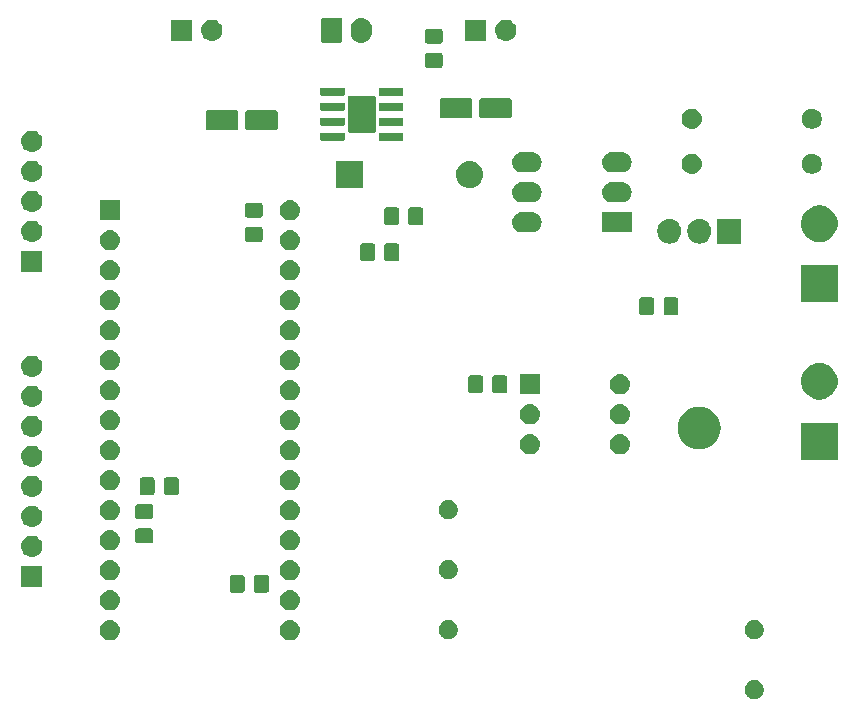
<source format=gbr>
G04 #@! TF.GenerationSoftware,KiCad,Pcbnew,(5.1.4)-1*
G04 #@! TF.CreationDate,2020-06-30T20:05:52+02:00*
G04 #@! TF.ProjectId,ReflowControllerREV1,5265666c-6f77-4436-9f6e-74726f6c6c65,rev?*
G04 #@! TF.SameCoordinates,Original*
G04 #@! TF.FileFunction,Soldermask,Top*
G04 #@! TF.FilePolarity,Negative*
%FSLAX46Y46*%
G04 Gerber Fmt 4.6, Leading zero omitted, Abs format (unit mm)*
G04 Created by KiCad (PCBNEW (5.1.4)-1) date 2020-06-30 20:05:52*
%MOMM*%
%LPD*%
G04 APERTURE LIST*
%ADD10C,0.100000*%
G04 APERTURE END LIST*
D10*
G36*
X246822882Y-130747062D02*
G01*
X246970841Y-130808349D01*
X247103995Y-130897319D01*
X247217241Y-131010565D01*
X247306211Y-131143719D01*
X247367498Y-131291678D01*
X247398740Y-131448745D01*
X247398740Y-131608895D01*
X247367498Y-131765962D01*
X247306211Y-131913921D01*
X247217241Y-132047075D01*
X247103995Y-132160321D01*
X246970841Y-132249291D01*
X246822882Y-132310578D01*
X246665815Y-132341820D01*
X246505665Y-132341820D01*
X246348598Y-132310578D01*
X246200639Y-132249291D01*
X246067485Y-132160321D01*
X245954239Y-132047075D01*
X245865269Y-131913921D01*
X245803982Y-131765962D01*
X245772740Y-131608895D01*
X245772740Y-131448745D01*
X245803982Y-131291678D01*
X245865269Y-131143719D01*
X245954239Y-131010565D01*
X246067485Y-130897319D01*
X246200639Y-130808349D01*
X246348598Y-130747062D01*
X246505665Y-130715820D01*
X246665815Y-130715820D01*
X246822882Y-130747062D01*
X246822882Y-130747062D01*
G37*
G36*
X207430823Y-125653313D02*
G01*
X207591242Y-125701976D01*
X207640582Y-125728349D01*
X207739078Y-125780996D01*
X207868659Y-125887341D01*
X207975004Y-126016922D01*
X207975005Y-126016924D01*
X208054024Y-126164758D01*
X208102687Y-126325177D01*
X208119117Y-126492000D01*
X208102687Y-126658823D01*
X208054024Y-126819242D01*
X207983114Y-126951906D01*
X207975004Y-126967078D01*
X207868659Y-127096659D01*
X207739078Y-127203004D01*
X207739076Y-127203005D01*
X207591242Y-127282024D01*
X207430823Y-127330687D01*
X207305804Y-127343000D01*
X207222196Y-127343000D01*
X207097177Y-127330687D01*
X206936758Y-127282024D01*
X206788924Y-127203005D01*
X206788922Y-127203004D01*
X206659341Y-127096659D01*
X206552996Y-126967078D01*
X206544886Y-126951906D01*
X206473976Y-126819242D01*
X206425313Y-126658823D01*
X206408883Y-126492000D01*
X206425313Y-126325177D01*
X206473976Y-126164758D01*
X206552995Y-126016924D01*
X206552996Y-126016922D01*
X206659341Y-125887341D01*
X206788922Y-125780996D01*
X206887418Y-125728349D01*
X206936758Y-125701976D01*
X207097177Y-125653313D01*
X207222196Y-125641000D01*
X207305804Y-125641000D01*
X207430823Y-125653313D01*
X207430823Y-125653313D01*
G37*
G36*
X192190823Y-125653313D02*
G01*
X192351242Y-125701976D01*
X192400582Y-125728349D01*
X192499078Y-125780996D01*
X192628659Y-125887341D01*
X192735004Y-126016922D01*
X192735005Y-126016924D01*
X192814024Y-126164758D01*
X192862687Y-126325177D01*
X192879117Y-126492000D01*
X192862687Y-126658823D01*
X192814024Y-126819242D01*
X192743114Y-126951906D01*
X192735004Y-126967078D01*
X192628659Y-127096659D01*
X192499078Y-127203004D01*
X192499076Y-127203005D01*
X192351242Y-127282024D01*
X192190823Y-127330687D01*
X192065804Y-127343000D01*
X191982196Y-127343000D01*
X191857177Y-127330687D01*
X191696758Y-127282024D01*
X191548924Y-127203005D01*
X191548922Y-127203004D01*
X191419341Y-127096659D01*
X191312996Y-126967078D01*
X191304886Y-126951906D01*
X191233976Y-126819242D01*
X191185313Y-126658823D01*
X191168883Y-126492000D01*
X191185313Y-126325177D01*
X191233976Y-126164758D01*
X191312995Y-126016924D01*
X191312996Y-126016922D01*
X191419341Y-125887341D01*
X191548922Y-125780996D01*
X191647418Y-125728349D01*
X191696758Y-125701976D01*
X191857177Y-125653313D01*
X191982196Y-125641000D01*
X192065804Y-125641000D01*
X192190823Y-125653313D01*
X192190823Y-125653313D01*
G37*
G36*
X246822882Y-125667062D02*
G01*
X246970841Y-125728349D01*
X247103995Y-125817319D01*
X247217241Y-125930565D01*
X247306211Y-126063719D01*
X247367498Y-126211678D01*
X247398740Y-126368745D01*
X247398740Y-126528895D01*
X247367498Y-126685962D01*
X247306211Y-126833921D01*
X247217241Y-126967075D01*
X247103995Y-127080321D01*
X246970841Y-127169291D01*
X246822882Y-127230578D01*
X246665815Y-127261820D01*
X246505665Y-127261820D01*
X246348598Y-127230578D01*
X246200639Y-127169291D01*
X246067485Y-127080321D01*
X245954239Y-126967075D01*
X245865269Y-126833921D01*
X245803982Y-126685962D01*
X245772740Y-126528895D01*
X245772740Y-126368745D01*
X245803982Y-126211678D01*
X245865269Y-126063719D01*
X245954239Y-125930565D01*
X246067485Y-125817319D01*
X246200639Y-125728349D01*
X246348598Y-125667062D01*
X246505665Y-125635820D01*
X246665815Y-125635820D01*
X246822882Y-125667062D01*
X246822882Y-125667062D01*
G37*
G36*
X220914882Y-125667062D02*
G01*
X221062841Y-125728349D01*
X221195995Y-125817319D01*
X221309241Y-125930565D01*
X221398211Y-126063719D01*
X221459498Y-126211678D01*
X221490740Y-126368745D01*
X221490740Y-126528895D01*
X221459498Y-126685962D01*
X221398211Y-126833921D01*
X221309241Y-126967075D01*
X221195995Y-127080321D01*
X221062841Y-127169291D01*
X220914882Y-127230578D01*
X220757815Y-127261820D01*
X220597665Y-127261820D01*
X220440598Y-127230578D01*
X220292639Y-127169291D01*
X220159485Y-127080321D01*
X220046239Y-126967075D01*
X219957269Y-126833921D01*
X219895982Y-126685962D01*
X219864740Y-126528895D01*
X219864740Y-126368745D01*
X219895982Y-126211678D01*
X219957269Y-126063719D01*
X220046239Y-125930565D01*
X220159485Y-125817319D01*
X220292639Y-125728349D01*
X220440598Y-125667062D01*
X220597665Y-125635820D01*
X220757815Y-125635820D01*
X220914882Y-125667062D01*
X220914882Y-125667062D01*
G37*
G36*
X207430823Y-123113313D02*
G01*
X207591242Y-123161976D01*
X207692506Y-123216103D01*
X207739078Y-123240996D01*
X207868659Y-123347341D01*
X207975004Y-123476922D01*
X207975005Y-123476924D01*
X208054024Y-123624758D01*
X208102687Y-123785177D01*
X208119117Y-123952000D01*
X208102687Y-124118823D01*
X208054024Y-124279242D01*
X207983114Y-124411906D01*
X207975004Y-124427078D01*
X207868659Y-124556659D01*
X207739078Y-124663004D01*
X207739076Y-124663005D01*
X207591242Y-124742024D01*
X207430823Y-124790687D01*
X207305804Y-124803000D01*
X207222196Y-124803000D01*
X207097177Y-124790687D01*
X206936758Y-124742024D01*
X206788924Y-124663005D01*
X206788922Y-124663004D01*
X206659341Y-124556659D01*
X206552996Y-124427078D01*
X206544886Y-124411906D01*
X206473976Y-124279242D01*
X206425313Y-124118823D01*
X206408883Y-123952000D01*
X206425313Y-123785177D01*
X206473976Y-123624758D01*
X206552995Y-123476924D01*
X206552996Y-123476922D01*
X206659341Y-123347341D01*
X206788922Y-123240996D01*
X206835494Y-123216103D01*
X206936758Y-123161976D01*
X207097177Y-123113313D01*
X207222196Y-123101000D01*
X207305804Y-123101000D01*
X207430823Y-123113313D01*
X207430823Y-123113313D01*
G37*
G36*
X192190823Y-123113313D02*
G01*
X192351242Y-123161976D01*
X192452506Y-123216103D01*
X192499078Y-123240996D01*
X192628659Y-123347341D01*
X192735004Y-123476922D01*
X192735005Y-123476924D01*
X192814024Y-123624758D01*
X192862687Y-123785177D01*
X192879117Y-123952000D01*
X192862687Y-124118823D01*
X192814024Y-124279242D01*
X192743114Y-124411906D01*
X192735004Y-124427078D01*
X192628659Y-124556659D01*
X192499078Y-124663004D01*
X192499076Y-124663005D01*
X192351242Y-124742024D01*
X192190823Y-124790687D01*
X192065804Y-124803000D01*
X191982196Y-124803000D01*
X191857177Y-124790687D01*
X191696758Y-124742024D01*
X191548924Y-124663005D01*
X191548922Y-124663004D01*
X191419341Y-124556659D01*
X191312996Y-124427078D01*
X191304886Y-124411906D01*
X191233976Y-124279242D01*
X191185313Y-124118823D01*
X191168883Y-123952000D01*
X191185313Y-123785177D01*
X191233976Y-123624758D01*
X191312995Y-123476924D01*
X191312996Y-123476922D01*
X191419341Y-123347341D01*
X191548922Y-123240996D01*
X191595494Y-123216103D01*
X191696758Y-123161976D01*
X191857177Y-123113313D01*
X191982196Y-123101000D01*
X192065804Y-123101000D01*
X192190823Y-123113313D01*
X192190823Y-123113313D01*
G37*
G36*
X203273674Y-121808465D02*
G01*
X203311367Y-121819899D01*
X203346103Y-121838466D01*
X203376548Y-121863452D01*
X203401534Y-121893897D01*
X203420101Y-121928633D01*
X203431535Y-121966326D01*
X203436000Y-122011661D01*
X203436000Y-123098339D01*
X203431535Y-123143674D01*
X203420101Y-123181367D01*
X203401534Y-123216103D01*
X203376548Y-123246548D01*
X203346103Y-123271534D01*
X203311367Y-123290101D01*
X203273674Y-123301535D01*
X203228339Y-123306000D01*
X202391661Y-123306000D01*
X202346326Y-123301535D01*
X202308633Y-123290101D01*
X202273897Y-123271534D01*
X202243452Y-123246548D01*
X202218466Y-123216103D01*
X202199899Y-123181367D01*
X202188465Y-123143674D01*
X202184000Y-123098339D01*
X202184000Y-122011661D01*
X202188465Y-121966326D01*
X202199899Y-121928633D01*
X202218466Y-121893897D01*
X202243452Y-121863452D01*
X202273897Y-121838466D01*
X202308633Y-121819899D01*
X202346326Y-121808465D01*
X202391661Y-121804000D01*
X203228339Y-121804000D01*
X203273674Y-121808465D01*
X203273674Y-121808465D01*
G37*
G36*
X205323674Y-121808465D02*
G01*
X205361367Y-121819899D01*
X205396103Y-121838466D01*
X205426548Y-121863452D01*
X205451534Y-121893897D01*
X205470101Y-121928633D01*
X205481535Y-121966326D01*
X205486000Y-122011661D01*
X205486000Y-123098339D01*
X205481535Y-123143674D01*
X205470101Y-123181367D01*
X205451534Y-123216103D01*
X205426548Y-123246548D01*
X205396103Y-123271534D01*
X205361367Y-123290101D01*
X205323674Y-123301535D01*
X205278339Y-123306000D01*
X204441661Y-123306000D01*
X204396326Y-123301535D01*
X204358633Y-123290101D01*
X204323897Y-123271534D01*
X204293452Y-123246548D01*
X204268466Y-123216103D01*
X204249899Y-123181367D01*
X204238465Y-123143674D01*
X204234000Y-123098339D01*
X204234000Y-122011661D01*
X204238465Y-121966326D01*
X204249899Y-121928633D01*
X204268466Y-121893897D01*
X204293452Y-121863452D01*
X204323897Y-121838466D01*
X204358633Y-121819899D01*
X204396326Y-121808465D01*
X204441661Y-121804000D01*
X205278339Y-121804000D01*
X205323674Y-121808465D01*
X205323674Y-121808465D01*
G37*
G36*
X186321000Y-122821000D02*
G01*
X184519000Y-122821000D01*
X184519000Y-121019000D01*
X186321000Y-121019000D01*
X186321000Y-122821000D01*
X186321000Y-122821000D01*
G37*
G36*
X207430823Y-120573313D02*
G01*
X207591242Y-120621976D01*
X207640582Y-120648349D01*
X207739078Y-120700996D01*
X207868659Y-120807341D01*
X207975004Y-120936922D01*
X207975005Y-120936924D01*
X208054024Y-121084758D01*
X208102687Y-121245177D01*
X208119117Y-121412000D01*
X208102687Y-121578823D01*
X208054024Y-121739242D01*
X207987632Y-121863452D01*
X207975004Y-121887078D01*
X207868659Y-122016659D01*
X207739078Y-122123004D01*
X207739076Y-122123005D01*
X207591242Y-122202024D01*
X207430823Y-122250687D01*
X207305804Y-122263000D01*
X207222196Y-122263000D01*
X207097177Y-122250687D01*
X206936758Y-122202024D01*
X206788924Y-122123005D01*
X206788922Y-122123004D01*
X206659341Y-122016659D01*
X206552996Y-121887078D01*
X206540368Y-121863452D01*
X206473976Y-121739242D01*
X206425313Y-121578823D01*
X206408883Y-121412000D01*
X206425313Y-121245177D01*
X206473976Y-121084758D01*
X206552995Y-120936924D01*
X206552996Y-120936922D01*
X206659341Y-120807341D01*
X206788922Y-120700996D01*
X206887418Y-120648349D01*
X206936758Y-120621976D01*
X207097177Y-120573313D01*
X207222196Y-120561000D01*
X207305804Y-120561000D01*
X207430823Y-120573313D01*
X207430823Y-120573313D01*
G37*
G36*
X192190823Y-120573313D02*
G01*
X192351242Y-120621976D01*
X192400582Y-120648349D01*
X192499078Y-120700996D01*
X192628659Y-120807341D01*
X192735004Y-120936922D01*
X192735005Y-120936924D01*
X192814024Y-121084758D01*
X192862687Y-121245177D01*
X192879117Y-121412000D01*
X192862687Y-121578823D01*
X192814024Y-121739242D01*
X192747632Y-121863452D01*
X192735004Y-121887078D01*
X192628659Y-122016659D01*
X192499078Y-122123004D01*
X192499076Y-122123005D01*
X192351242Y-122202024D01*
X192190823Y-122250687D01*
X192065804Y-122263000D01*
X191982196Y-122263000D01*
X191857177Y-122250687D01*
X191696758Y-122202024D01*
X191548924Y-122123005D01*
X191548922Y-122123004D01*
X191419341Y-122016659D01*
X191312996Y-121887078D01*
X191300368Y-121863452D01*
X191233976Y-121739242D01*
X191185313Y-121578823D01*
X191168883Y-121412000D01*
X191185313Y-121245177D01*
X191233976Y-121084758D01*
X191312995Y-120936924D01*
X191312996Y-120936922D01*
X191419341Y-120807341D01*
X191548922Y-120700996D01*
X191647418Y-120648349D01*
X191696758Y-120621976D01*
X191857177Y-120573313D01*
X191982196Y-120561000D01*
X192065804Y-120561000D01*
X192190823Y-120573313D01*
X192190823Y-120573313D01*
G37*
G36*
X220914882Y-120587062D02*
G01*
X221062841Y-120648349D01*
X221195995Y-120737319D01*
X221309241Y-120850565D01*
X221398211Y-120983719D01*
X221459498Y-121131678D01*
X221490740Y-121288745D01*
X221490740Y-121448895D01*
X221459498Y-121605962D01*
X221398211Y-121753921D01*
X221309241Y-121887075D01*
X221195995Y-122000321D01*
X221062841Y-122089291D01*
X220914882Y-122150578D01*
X220757815Y-122181820D01*
X220597665Y-122181820D01*
X220440598Y-122150578D01*
X220292639Y-122089291D01*
X220159485Y-122000321D01*
X220046239Y-121887075D01*
X219957269Y-121753921D01*
X219895982Y-121605962D01*
X219864740Y-121448895D01*
X219864740Y-121288745D01*
X219895982Y-121131678D01*
X219957269Y-120983719D01*
X220046239Y-120850565D01*
X220159485Y-120737319D01*
X220292639Y-120648349D01*
X220440598Y-120587062D01*
X220597665Y-120555820D01*
X220757815Y-120555820D01*
X220914882Y-120587062D01*
X220914882Y-120587062D01*
G37*
G36*
X185530442Y-118485518D02*
G01*
X185596627Y-118492037D01*
X185766466Y-118543557D01*
X185922991Y-118627222D01*
X185958729Y-118656552D01*
X186060186Y-118739814D01*
X186143448Y-118841271D01*
X186172778Y-118877009D01*
X186256443Y-119033534D01*
X186307963Y-119203373D01*
X186325359Y-119380000D01*
X186307963Y-119556627D01*
X186256443Y-119726466D01*
X186172778Y-119882991D01*
X186143448Y-119918729D01*
X186060186Y-120020186D01*
X185958729Y-120103448D01*
X185922991Y-120132778D01*
X185766466Y-120216443D01*
X185596627Y-120267963D01*
X185530442Y-120274482D01*
X185464260Y-120281000D01*
X185375740Y-120281000D01*
X185309558Y-120274482D01*
X185243373Y-120267963D01*
X185073534Y-120216443D01*
X184917009Y-120132778D01*
X184881271Y-120103448D01*
X184779814Y-120020186D01*
X184696552Y-119918729D01*
X184667222Y-119882991D01*
X184583557Y-119726466D01*
X184532037Y-119556627D01*
X184514641Y-119380000D01*
X184532037Y-119203373D01*
X184583557Y-119033534D01*
X184667222Y-118877009D01*
X184696552Y-118841271D01*
X184779814Y-118739814D01*
X184881271Y-118656552D01*
X184917009Y-118627222D01*
X185073534Y-118543557D01*
X185243373Y-118492037D01*
X185309558Y-118485518D01*
X185375740Y-118479000D01*
X185464260Y-118479000D01*
X185530442Y-118485518D01*
X185530442Y-118485518D01*
G37*
G36*
X207430823Y-118033313D02*
G01*
X207591242Y-118081976D01*
X207711346Y-118146173D01*
X207739078Y-118160996D01*
X207868659Y-118267341D01*
X207975004Y-118396922D01*
X207975005Y-118396924D01*
X208054024Y-118544758D01*
X208102687Y-118705177D01*
X208119117Y-118872000D01*
X208102687Y-119038823D01*
X208054024Y-119199242D01*
X207983114Y-119331906D01*
X207975004Y-119347078D01*
X207868659Y-119476659D01*
X207739078Y-119583004D01*
X207739076Y-119583005D01*
X207591242Y-119662024D01*
X207430823Y-119710687D01*
X207305804Y-119723000D01*
X207222196Y-119723000D01*
X207097177Y-119710687D01*
X206936758Y-119662024D01*
X206788924Y-119583005D01*
X206788922Y-119583004D01*
X206659341Y-119476659D01*
X206552996Y-119347078D01*
X206544886Y-119331906D01*
X206473976Y-119199242D01*
X206425313Y-119038823D01*
X206408883Y-118872000D01*
X206425313Y-118705177D01*
X206473976Y-118544758D01*
X206552995Y-118396924D01*
X206552996Y-118396922D01*
X206659341Y-118267341D01*
X206788922Y-118160996D01*
X206816654Y-118146173D01*
X206936758Y-118081976D01*
X207097177Y-118033313D01*
X207222196Y-118021000D01*
X207305804Y-118021000D01*
X207430823Y-118033313D01*
X207430823Y-118033313D01*
G37*
G36*
X192190823Y-118033313D02*
G01*
X192351242Y-118081976D01*
X192471346Y-118146173D01*
X192499078Y-118160996D01*
X192628659Y-118267341D01*
X192735004Y-118396922D01*
X192735005Y-118396924D01*
X192814024Y-118544758D01*
X192862687Y-118705177D01*
X192879117Y-118872000D01*
X192862687Y-119038823D01*
X192814024Y-119199242D01*
X192743114Y-119331906D01*
X192735004Y-119347078D01*
X192628659Y-119476659D01*
X192499078Y-119583004D01*
X192499076Y-119583005D01*
X192351242Y-119662024D01*
X192190823Y-119710687D01*
X192065804Y-119723000D01*
X191982196Y-119723000D01*
X191857177Y-119710687D01*
X191696758Y-119662024D01*
X191548924Y-119583005D01*
X191548922Y-119583004D01*
X191419341Y-119476659D01*
X191312996Y-119347078D01*
X191304886Y-119331906D01*
X191233976Y-119199242D01*
X191185313Y-119038823D01*
X191168883Y-118872000D01*
X191185313Y-118705177D01*
X191233976Y-118544758D01*
X191312995Y-118396924D01*
X191312996Y-118396922D01*
X191419341Y-118267341D01*
X191548922Y-118160996D01*
X191576654Y-118146173D01*
X191696758Y-118081976D01*
X191857177Y-118033313D01*
X191982196Y-118021000D01*
X192065804Y-118021000D01*
X192190823Y-118033313D01*
X192190823Y-118033313D01*
G37*
G36*
X195533674Y-117878465D02*
G01*
X195571367Y-117889899D01*
X195606103Y-117908466D01*
X195636548Y-117933452D01*
X195661534Y-117963897D01*
X195680101Y-117998633D01*
X195691535Y-118036326D01*
X195696000Y-118081661D01*
X195696000Y-118918339D01*
X195691535Y-118963674D01*
X195680101Y-119001367D01*
X195661534Y-119036103D01*
X195636548Y-119066548D01*
X195606103Y-119091534D01*
X195571367Y-119110101D01*
X195533674Y-119121535D01*
X195488339Y-119126000D01*
X194401661Y-119126000D01*
X194356326Y-119121535D01*
X194318633Y-119110101D01*
X194283897Y-119091534D01*
X194253452Y-119066548D01*
X194228466Y-119036103D01*
X194209899Y-119001367D01*
X194198465Y-118963674D01*
X194194000Y-118918339D01*
X194194000Y-118081661D01*
X194198465Y-118036326D01*
X194209899Y-117998633D01*
X194228466Y-117963897D01*
X194253452Y-117933452D01*
X194283897Y-117908466D01*
X194318633Y-117889899D01*
X194356326Y-117878465D01*
X194401661Y-117874000D01*
X195488339Y-117874000D01*
X195533674Y-117878465D01*
X195533674Y-117878465D01*
G37*
G36*
X185524792Y-115944962D02*
G01*
X185596627Y-115952037D01*
X185766466Y-116003557D01*
X185766468Y-116003558D01*
X185840398Y-116043075D01*
X185922991Y-116087222D01*
X185958729Y-116116552D01*
X186060186Y-116199814D01*
X186143448Y-116301271D01*
X186172778Y-116337009D01*
X186256443Y-116493534D01*
X186307963Y-116663373D01*
X186325359Y-116840000D01*
X186307963Y-117016627D01*
X186256443Y-117186466D01*
X186172778Y-117342991D01*
X186143448Y-117378729D01*
X186060186Y-117480186D01*
X185958729Y-117563448D01*
X185922991Y-117592778D01*
X185766466Y-117676443D01*
X185596627Y-117727963D01*
X185530442Y-117734482D01*
X185464260Y-117741000D01*
X185375740Y-117741000D01*
X185309558Y-117734482D01*
X185243373Y-117727963D01*
X185073534Y-117676443D01*
X184917009Y-117592778D01*
X184881271Y-117563448D01*
X184779814Y-117480186D01*
X184696552Y-117378729D01*
X184667222Y-117342991D01*
X184583557Y-117186466D01*
X184532037Y-117016627D01*
X184514641Y-116840000D01*
X184532037Y-116663373D01*
X184583557Y-116493534D01*
X184667222Y-116337009D01*
X184696552Y-116301271D01*
X184779814Y-116199814D01*
X184881271Y-116116552D01*
X184917009Y-116087222D01*
X184999602Y-116043075D01*
X185073532Y-116003558D01*
X185073534Y-116003557D01*
X185243373Y-115952037D01*
X185315208Y-115944962D01*
X185375740Y-115939000D01*
X185464260Y-115939000D01*
X185524792Y-115944962D01*
X185524792Y-115944962D01*
G37*
G36*
X192190823Y-115493313D02*
G01*
X192351242Y-115541976D01*
X192400582Y-115568349D01*
X192499078Y-115620996D01*
X192628659Y-115727341D01*
X192735004Y-115856922D01*
X192735005Y-115856924D01*
X192814024Y-116004758D01*
X192862687Y-116165177D01*
X192879117Y-116332000D01*
X192862687Y-116498823D01*
X192814024Y-116659242D01*
X192743114Y-116791906D01*
X192735004Y-116807078D01*
X192628659Y-116936659D01*
X192499078Y-117043004D01*
X192499076Y-117043005D01*
X192351242Y-117122024D01*
X192190823Y-117170687D01*
X192065804Y-117183000D01*
X191982196Y-117183000D01*
X191857177Y-117170687D01*
X191696758Y-117122024D01*
X191548924Y-117043005D01*
X191548922Y-117043004D01*
X191419341Y-116936659D01*
X191312996Y-116807078D01*
X191304886Y-116791906D01*
X191233976Y-116659242D01*
X191185313Y-116498823D01*
X191168883Y-116332000D01*
X191185313Y-116165177D01*
X191233976Y-116004758D01*
X191312995Y-115856924D01*
X191312996Y-115856922D01*
X191419341Y-115727341D01*
X191548922Y-115620996D01*
X191647418Y-115568349D01*
X191696758Y-115541976D01*
X191857177Y-115493313D01*
X191982196Y-115481000D01*
X192065804Y-115481000D01*
X192190823Y-115493313D01*
X192190823Y-115493313D01*
G37*
G36*
X207430823Y-115493313D02*
G01*
X207591242Y-115541976D01*
X207640582Y-115568349D01*
X207739078Y-115620996D01*
X207868659Y-115727341D01*
X207975004Y-115856922D01*
X207975005Y-115856924D01*
X208054024Y-116004758D01*
X208102687Y-116165177D01*
X208119117Y-116332000D01*
X208102687Y-116498823D01*
X208054024Y-116659242D01*
X207983114Y-116791906D01*
X207975004Y-116807078D01*
X207868659Y-116936659D01*
X207739078Y-117043004D01*
X207739076Y-117043005D01*
X207591242Y-117122024D01*
X207430823Y-117170687D01*
X207305804Y-117183000D01*
X207222196Y-117183000D01*
X207097177Y-117170687D01*
X206936758Y-117122024D01*
X206788924Y-117043005D01*
X206788922Y-117043004D01*
X206659341Y-116936659D01*
X206552996Y-116807078D01*
X206544886Y-116791906D01*
X206473976Y-116659242D01*
X206425313Y-116498823D01*
X206408883Y-116332000D01*
X206425313Y-116165177D01*
X206473976Y-116004758D01*
X206552995Y-115856924D01*
X206552996Y-115856922D01*
X206659341Y-115727341D01*
X206788922Y-115620996D01*
X206887418Y-115568349D01*
X206936758Y-115541976D01*
X207097177Y-115493313D01*
X207222196Y-115481000D01*
X207305804Y-115481000D01*
X207430823Y-115493313D01*
X207430823Y-115493313D01*
G37*
G36*
X220914882Y-115507062D02*
G01*
X221062841Y-115568349D01*
X221195995Y-115657319D01*
X221309241Y-115770565D01*
X221398211Y-115903719D01*
X221459498Y-116051678D01*
X221490740Y-116208745D01*
X221490740Y-116368895D01*
X221459498Y-116525962D01*
X221398211Y-116673921D01*
X221309241Y-116807075D01*
X221195995Y-116920321D01*
X221062841Y-117009291D01*
X220914882Y-117070578D01*
X220757815Y-117101820D01*
X220597665Y-117101820D01*
X220440598Y-117070578D01*
X220292639Y-117009291D01*
X220159485Y-116920321D01*
X220046239Y-116807075D01*
X219957269Y-116673921D01*
X219895982Y-116525962D01*
X219864740Y-116368895D01*
X219864740Y-116208745D01*
X219895982Y-116051678D01*
X219957269Y-115903719D01*
X220046239Y-115770565D01*
X220159485Y-115657319D01*
X220292639Y-115568349D01*
X220440598Y-115507062D01*
X220597665Y-115475820D01*
X220757815Y-115475820D01*
X220914882Y-115507062D01*
X220914882Y-115507062D01*
G37*
G36*
X195533674Y-115828465D02*
G01*
X195571367Y-115839899D01*
X195606103Y-115858466D01*
X195636548Y-115883452D01*
X195661534Y-115913897D01*
X195680101Y-115948633D01*
X195691535Y-115986326D01*
X195696000Y-116031661D01*
X195696000Y-116868339D01*
X195691535Y-116913674D01*
X195680101Y-116951367D01*
X195661534Y-116986103D01*
X195636548Y-117016548D01*
X195606103Y-117041534D01*
X195571367Y-117060101D01*
X195533674Y-117071535D01*
X195488339Y-117076000D01*
X194401661Y-117076000D01*
X194356326Y-117071535D01*
X194318633Y-117060101D01*
X194283897Y-117041534D01*
X194253452Y-117016548D01*
X194228466Y-116986103D01*
X194209899Y-116951367D01*
X194198465Y-116913674D01*
X194194000Y-116868339D01*
X194194000Y-116031661D01*
X194198465Y-115986326D01*
X194209899Y-115948633D01*
X194228466Y-115913897D01*
X194253452Y-115883452D01*
X194283897Y-115858466D01*
X194318633Y-115839899D01*
X194356326Y-115828465D01*
X194401661Y-115824000D01*
X195488339Y-115824000D01*
X195533674Y-115828465D01*
X195533674Y-115828465D01*
G37*
G36*
X185530443Y-113405519D02*
G01*
X185596627Y-113412037D01*
X185766466Y-113463557D01*
X185922991Y-113547222D01*
X185931530Y-113554230D01*
X186060186Y-113659814D01*
X186139665Y-113756661D01*
X186172778Y-113797009D01*
X186256443Y-113953534D01*
X186307963Y-114123373D01*
X186325359Y-114300000D01*
X186307963Y-114476627D01*
X186256443Y-114646466D01*
X186172778Y-114802991D01*
X186149032Y-114831925D01*
X186060186Y-114940186D01*
X185981049Y-115005131D01*
X185922991Y-115052778D01*
X185766466Y-115136443D01*
X185596627Y-115187963D01*
X185530442Y-115194482D01*
X185464260Y-115201000D01*
X185375740Y-115201000D01*
X185309558Y-115194482D01*
X185243373Y-115187963D01*
X185073534Y-115136443D01*
X184917009Y-115052778D01*
X184858951Y-115005131D01*
X184779814Y-114940186D01*
X184690968Y-114831925D01*
X184667222Y-114802991D01*
X184583557Y-114646466D01*
X184532037Y-114476627D01*
X184514641Y-114300000D01*
X184532037Y-114123373D01*
X184583557Y-113953534D01*
X184667222Y-113797009D01*
X184700335Y-113756661D01*
X184779814Y-113659814D01*
X184908470Y-113554230D01*
X184917009Y-113547222D01*
X185073534Y-113463557D01*
X185243373Y-113412037D01*
X185309557Y-113405519D01*
X185375740Y-113399000D01*
X185464260Y-113399000D01*
X185530443Y-113405519D01*
X185530443Y-113405519D01*
G37*
G36*
X197703674Y-113553465D02*
G01*
X197741367Y-113564899D01*
X197776103Y-113583466D01*
X197806548Y-113608452D01*
X197831534Y-113638897D01*
X197850101Y-113673633D01*
X197861535Y-113711326D01*
X197866000Y-113756661D01*
X197866000Y-114843339D01*
X197861535Y-114888674D01*
X197850101Y-114926367D01*
X197831534Y-114961103D01*
X197806548Y-114991548D01*
X197776103Y-115016534D01*
X197741367Y-115035101D01*
X197703674Y-115046535D01*
X197658339Y-115051000D01*
X196821661Y-115051000D01*
X196776326Y-115046535D01*
X196738633Y-115035101D01*
X196703897Y-115016534D01*
X196673452Y-114991548D01*
X196648466Y-114961103D01*
X196629899Y-114926367D01*
X196618465Y-114888674D01*
X196614000Y-114843339D01*
X196614000Y-113756661D01*
X196618465Y-113711326D01*
X196629899Y-113673633D01*
X196648466Y-113638897D01*
X196673452Y-113608452D01*
X196703897Y-113583466D01*
X196738633Y-113564899D01*
X196776326Y-113553465D01*
X196821661Y-113549000D01*
X197658339Y-113549000D01*
X197703674Y-113553465D01*
X197703674Y-113553465D01*
G37*
G36*
X195653674Y-113553465D02*
G01*
X195691367Y-113564899D01*
X195726103Y-113583466D01*
X195756548Y-113608452D01*
X195781534Y-113638897D01*
X195800101Y-113673633D01*
X195811535Y-113711326D01*
X195816000Y-113756661D01*
X195816000Y-114843339D01*
X195811535Y-114888674D01*
X195800101Y-114926367D01*
X195781534Y-114961103D01*
X195756548Y-114991548D01*
X195726103Y-115016534D01*
X195691367Y-115035101D01*
X195653674Y-115046535D01*
X195608339Y-115051000D01*
X194771661Y-115051000D01*
X194726326Y-115046535D01*
X194688633Y-115035101D01*
X194653897Y-115016534D01*
X194623452Y-114991548D01*
X194598466Y-114961103D01*
X194579899Y-114926367D01*
X194568465Y-114888674D01*
X194564000Y-114843339D01*
X194564000Y-113756661D01*
X194568465Y-113711326D01*
X194579899Y-113673633D01*
X194598466Y-113638897D01*
X194623452Y-113608452D01*
X194653897Y-113583466D01*
X194688633Y-113564899D01*
X194726326Y-113553465D01*
X194771661Y-113549000D01*
X195608339Y-113549000D01*
X195653674Y-113553465D01*
X195653674Y-113553465D01*
G37*
G36*
X207430823Y-112953313D02*
G01*
X207591242Y-113001976D01*
X207723906Y-113072886D01*
X207739078Y-113080996D01*
X207868659Y-113187341D01*
X207975004Y-113316922D01*
X207975005Y-113316924D01*
X208054024Y-113464758D01*
X208102687Y-113625177D01*
X208119117Y-113792000D01*
X208102687Y-113958823D01*
X208054024Y-114119242D01*
X207983114Y-114251906D01*
X207975004Y-114267078D01*
X207868659Y-114396659D01*
X207739078Y-114503004D01*
X207739076Y-114503005D01*
X207591242Y-114582024D01*
X207430823Y-114630687D01*
X207305804Y-114643000D01*
X207222196Y-114643000D01*
X207097177Y-114630687D01*
X206936758Y-114582024D01*
X206788924Y-114503005D01*
X206788922Y-114503004D01*
X206659341Y-114396659D01*
X206552996Y-114267078D01*
X206544886Y-114251906D01*
X206473976Y-114119242D01*
X206425313Y-113958823D01*
X206408883Y-113792000D01*
X206425313Y-113625177D01*
X206473976Y-113464758D01*
X206552995Y-113316924D01*
X206552996Y-113316922D01*
X206659341Y-113187341D01*
X206788922Y-113080996D01*
X206804094Y-113072886D01*
X206936758Y-113001976D01*
X207097177Y-112953313D01*
X207222196Y-112941000D01*
X207305804Y-112941000D01*
X207430823Y-112953313D01*
X207430823Y-112953313D01*
G37*
G36*
X192190823Y-112953313D02*
G01*
X192351242Y-113001976D01*
X192483906Y-113072886D01*
X192499078Y-113080996D01*
X192628659Y-113187341D01*
X192735004Y-113316922D01*
X192735005Y-113316924D01*
X192814024Y-113464758D01*
X192862687Y-113625177D01*
X192879117Y-113792000D01*
X192862687Y-113958823D01*
X192814024Y-114119242D01*
X192743114Y-114251906D01*
X192735004Y-114267078D01*
X192628659Y-114396659D01*
X192499078Y-114503004D01*
X192499076Y-114503005D01*
X192351242Y-114582024D01*
X192190823Y-114630687D01*
X192065804Y-114643000D01*
X191982196Y-114643000D01*
X191857177Y-114630687D01*
X191696758Y-114582024D01*
X191548924Y-114503005D01*
X191548922Y-114503004D01*
X191419341Y-114396659D01*
X191312996Y-114267078D01*
X191304886Y-114251906D01*
X191233976Y-114119242D01*
X191185313Y-113958823D01*
X191168883Y-113792000D01*
X191185313Y-113625177D01*
X191233976Y-113464758D01*
X191312995Y-113316924D01*
X191312996Y-113316922D01*
X191419341Y-113187341D01*
X191548922Y-113080996D01*
X191564094Y-113072886D01*
X191696758Y-113001976D01*
X191857177Y-112953313D01*
X191982196Y-112941000D01*
X192065804Y-112941000D01*
X192190823Y-112953313D01*
X192190823Y-112953313D01*
G37*
G36*
X185530442Y-110865518D02*
G01*
X185596627Y-110872037D01*
X185766466Y-110923557D01*
X185922991Y-111007222D01*
X185958729Y-111036552D01*
X186060186Y-111119814D01*
X186141647Y-111219076D01*
X186172778Y-111257009D01*
X186256443Y-111413534D01*
X186307963Y-111583373D01*
X186325359Y-111760000D01*
X186307963Y-111936627D01*
X186256443Y-112106466D01*
X186172778Y-112262991D01*
X186143448Y-112298729D01*
X186060186Y-112400186D01*
X185958729Y-112483448D01*
X185922991Y-112512778D01*
X185766466Y-112596443D01*
X185596627Y-112647963D01*
X185530442Y-112654482D01*
X185464260Y-112661000D01*
X185375740Y-112661000D01*
X185309558Y-112654482D01*
X185243373Y-112647963D01*
X185073534Y-112596443D01*
X184917009Y-112512778D01*
X184881271Y-112483448D01*
X184779814Y-112400186D01*
X184696552Y-112298729D01*
X184667222Y-112262991D01*
X184583557Y-112106466D01*
X184532037Y-111936627D01*
X184514641Y-111760000D01*
X184532037Y-111583373D01*
X184583557Y-111413534D01*
X184667222Y-111257009D01*
X184698353Y-111219076D01*
X184779814Y-111119814D01*
X184881271Y-111036552D01*
X184917009Y-111007222D01*
X185073534Y-110923557D01*
X185243373Y-110872037D01*
X185309558Y-110865518D01*
X185375740Y-110859000D01*
X185464260Y-110859000D01*
X185530442Y-110865518D01*
X185530442Y-110865518D01*
G37*
G36*
X192190823Y-110413313D02*
G01*
X192351242Y-110461976D01*
X192483906Y-110532886D01*
X192499078Y-110540996D01*
X192628659Y-110647341D01*
X192735004Y-110776922D01*
X192735005Y-110776924D01*
X192814024Y-110924758D01*
X192862687Y-111085177D01*
X192879117Y-111252000D01*
X192862687Y-111418823D01*
X192814024Y-111579242D01*
X192805601Y-111595000D01*
X192735004Y-111727078D01*
X192628659Y-111856659D01*
X192499078Y-111963004D01*
X192499076Y-111963005D01*
X192351242Y-112042024D01*
X192190823Y-112090687D01*
X192065804Y-112103000D01*
X191982196Y-112103000D01*
X191857177Y-112090687D01*
X191696758Y-112042024D01*
X191548924Y-111963005D01*
X191548922Y-111963004D01*
X191419341Y-111856659D01*
X191312996Y-111727078D01*
X191242399Y-111595000D01*
X191233976Y-111579242D01*
X191185313Y-111418823D01*
X191168883Y-111252000D01*
X191185313Y-111085177D01*
X191233976Y-110924758D01*
X191312995Y-110776924D01*
X191312996Y-110776922D01*
X191419341Y-110647341D01*
X191548922Y-110540996D01*
X191564094Y-110532886D01*
X191696758Y-110461976D01*
X191857177Y-110413313D01*
X191982196Y-110401000D01*
X192065804Y-110401000D01*
X192190823Y-110413313D01*
X192190823Y-110413313D01*
G37*
G36*
X207430823Y-110413313D02*
G01*
X207591242Y-110461976D01*
X207723906Y-110532886D01*
X207739078Y-110540996D01*
X207868659Y-110647341D01*
X207975004Y-110776922D01*
X207975005Y-110776924D01*
X208054024Y-110924758D01*
X208102687Y-111085177D01*
X208119117Y-111252000D01*
X208102687Y-111418823D01*
X208054024Y-111579242D01*
X208045601Y-111595000D01*
X207975004Y-111727078D01*
X207868659Y-111856659D01*
X207739078Y-111963004D01*
X207739076Y-111963005D01*
X207591242Y-112042024D01*
X207430823Y-112090687D01*
X207305804Y-112103000D01*
X207222196Y-112103000D01*
X207097177Y-112090687D01*
X206936758Y-112042024D01*
X206788924Y-111963005D01*
X206788922Y-111963004D01*
X206659341Y-111856659D01*
X206552996Y-111727078D01*
X206482399Y-111595000D01*
X206473976Y-111579242D01*
X206425313Y-111418823D01*
X206408883Y-111252000D01*
X206425313Y-111085177D01*
X206473976Y-110924758D01*
X206552995Y-110776924D01*
X206552996Y-110776922D01*
X206659341Y-110647341D01*
X206788922Y-110540996D01*
X206804094Y-110532886D01*
X206936758Y-110461976D01*
X207097177Y-110413313D01*
X207222196Y-110401000D01*
X207305804Y-110401000D01*
X207430823Y-110413313D01*
X207430823Y-110413313D01*
G37*
G36*
X253646000Y-112041000D02*
G01*
X250544000Y-112041000D01*
X250544000Y-108939000D01*
X253646000Y-108939000D01*
X253646000Y-112041000D01*
X253646000Y-112041000D01*
G37*
G36*
X227750823Y-109905313D02*
G01*
X227911242Y-109953976D01*
X228043906Y-110024886D01*
X228059078Y-110032996D01*
X228188659Y-110139341D01*
X228295004Y-110268922D01*
X228295005Y-110268924D01*
X228374024Y-110416758D01*
X228422687Y-110577177D01*
X228439117Y-110744000D01*
X228422687Y-110910823D01*
X228374024Y-111071242D01*
X228348061Y-111119815D01*
X228295004Y-111219078D01*
X228188659Y-111348659D01*
X228059078Y-111455004D01*
X228059076Y-111455005D01*
X227911242Y-111534024D01*
X227750823Y-111582687D01*
X227625804Y-111595000D01*
X227542196Y-111595000D01*
X227417177Y-111582687D01*
X227256758Y-111534024D01*
X227108924Y-111455005D01*
X227108922Y-111455004D01*
X226979341Y-111348659D01*
X226872996Y-111219078D01*
X226819939Y-111119815D01*
X226793976Y-111071242D01*
X226745313Y-110910823D01*
X226728883Y-110744000D01*
X226745313Y-110577177D01*
X226793976Y-110416758D01*
X226872995Y-110268924D01*
X226872996Y-110268922D01*
X226979341Y-110139341D01*
X227108922Y-110032996D01*
X227124094Y-110024886D01*
X227256758Y-109953976D01*
X227417177Y-109905313D01*
X227542196Y-109893000D01*
X227625804Y-109893000D01*
X227750823Y-109905313D01*
X227750823Y-109905313D01*
G37*
G36*
X235370823Y-109905313D02*
G01*
X235531242Y-109953976D01*
X235663906Y-110024886D01*
X235679078Y-110032996D01*
X235808659Y-110139341D01*
X235915004Y-110268922D01*
X235915005Y-110268924D01*
X235994024Y-110416758D01*
X236042687Y-110577177D01*
X236059117Y-110744000D01*
X236042687Y-110910823D01*
X235994024Y-111071242D01*
X235968061Y-111119815D01*
X235915004Y-111219078D01*
X235808659Y-111348659D01*
X235679078Y-111455004D01*
X235679076Y-111455005D01*
X235531242Y-111534024D01*
X235370823Y-111582687D01*
X235245804Y-111595000D01*
X235162196Y-111595000D01*
X235037177Y-111582687D01*
X234876758Y-111534024D01*
X234728924Y-111455005D01*
X234728922Y-111455004D01*
X234599341Y-111348659D01*
X234492996Y-111219078D01*
X234439939Y-111119815D01*
X234413976Y-111071242D01*
X234365313Y-110910823D01*
X234348883Y-110744000D01*
X234365313Y-110577177D01*
X234413976Y-110416758D01*
X234492995Y-110268924D01*
X234492996Y-110268922D01*
X234599341Y-110139341D01*
X234728922Y-110032996D01*
X234744094Y-110024886D01*
X234876758Y-109953976D01*
X235037177Y-109905313D01*
X235162196Y-109893000D01*
X235245804Y-109893000D01*
X235370823Y-109905313D01*
X235370823Y-109905313D01*
G37*
G36*
X242111669Y-107577686D02*
G01*
X242288058Y-107595059D01*
X242627548Y-107698042D01*
X242627550Y-107698043D01*
X242940422Y-107865277D01*
X243214661Y-108090339D01*
X243439723Y-108364578D01*
X243528805Y-108531239D01*
X243606958Y-108677452D01*
X243709941Y-109016942D01*
X243744714Y-109370000D01*
X243709941Y-109723058D01*
X243615922Y-110032996D01*
X243606957Y-110062550D01*
X243439723Y-110375422D01*
X243214661Y-110649661D01*
X242940422Y-110874723D01*
X242692536Y-111007221D01*
X242627548Y-111041958D01*
X242288058Y-111144941D01*
X242111669Y-111162314D01*
X242023476Y-111171000D01*
X241846524Y-111171000D01*
X241758331Y-111162314D01*
X241581942Y-111144941D01*
X241242452Y-111041958D01*
X241177464Y-111007221D01*
X240929578Y-110874723D01*
X240655339Y-110649661D01*
X240430277Y-110375422D01*
X240263043Y-110062550D01*
X240254078Y-110032996D01*
X240160059Y-109723058D01*
X240125286Y-109370000D01*
X240160059Y-109016942D01*
X240263042Y-108677452D01*
X240341195Y-108531239D01*
X240430277Y-108364578D01*
X240655339Y-108090339D01*
X240929578Y-107865277D01*
X241242450Y-107698043D01*
X241242452Y-107698042D01*
X241581942Y-107595059D01*
X241758331Y-107577686D01*
X241846524Y-107569000D01*
X242023476Y-107569000D01*
X242111669Y-107577686D01*
X242111669Y-107577686D01*
G37*
G36*
X185530443Y-108325519D02*
G01*
X185596627Y-108332037D01*
X185766466Y-108383557D01*
X185922991Y-108467222D01*
X185958729Y-108496552D01*
X186060186Y-108579814D01*
X186140313Y-108677450D01*
X186172778Y-108717009D01*
X186256443Y-108873534D01*
X186307963Y-109043373D01*
X186325359Y-109220000D01*
X186307963Y-109396627D01*
X186256443Y-109566466D01*
X186172778Y-109722991D01*
X186143448Y-109758729D01*
X186060186Y-109860186D01*
X185958729Y-109943448D01*
X185922991Y-109972778D01*
X185766466Y-110056443D01*
X185596627Y-110107963D01*
X185530443Y-110114481D01*
X185464260Y-110121000D01*
X185375740Y-110121000D01*
X185309557Y-110114481D01*
X185243373Y-110107963D01*
X185073534Y-110056443D01*
X184917009Y-109972778D01*
X184881271Y-109943448D01*
X184779814Y-109860186D01*
X184696552Y-109758729D01*
X184667222Y-109722991D01*
X184583557Y-109566466D01*
X184532037Y-109396627D01*
X184514641Y-109220000D01*
X184532037Y-109043373D01*
X184583557Y-108873534D01*
X184667222Y-108717009D01*
X184699687Y-108677450D01*
X184779814Y-108579814D01*
X184881271Y-108496552D01*
X184917009Y-108467222D01*
X185073534Y-108383557D01*
X185243373Y-108332037D01*
X185309557Y-108325519D01*
X185375740Y-108319000D01*
X185464260Y-108319000D01*
X185530443Y-108325519D01*
X185530443Y-108325519D01*
G37*
G36*
X192190823Y-107873313D02*
G01*
X192351242Y-107921976D01*
X192483906Y-107992886D01*
X192499078Y-108000996D01*
X192628659Y-108107341D01*
X192735004Y-108236922D01*
X192735005Y-108236924D01*
X192814024Y-108384758D01*
X192862687Y-108545177D01*
X192879117Y-108712000D01*
X192862687Y-108878823D01*
X192814024Y-109039242D01*
X192805601Y-109055000D01*
X192735004Y-109187078D01*
X192628659Y-109316659D01*
X192499078Y-109423004D01*
X192499076Y-109423005D01*
X192351242Y-109502024D01*
X192190823Y-109550687D01*
X192065804Y-109563000D01*
X191982196Y-109563000D01*
X191857177Y-109550687D01*
X191696758Y-109502024D01*
X191548924Y-109423005D01*
X191548922Y-109423004D01*
X191419341Y-109316659D01*
X191312996Y-109187078D01*
X191242399Y-109055000D01*
X191233976Y-109039242D01*
X191185313Y-108878823D01*
X191168883Y-108712000D01*
X191185313Y-108545177D01*
X191233976Y-108384758D01*
X191312995Y-108236924D01*
X191312996Y-108236922D01*
X191419341Y-108107341D01*
X191548922Y-108000996D01*
X191564094Y-107992886D01*
X191696758Y-107921976D01*
X191857177Y-107873313D01*
X191982196Y-107861000D01*
X192065804Y-107861000D01*
X192190823Y-107873313D01*
X192190823Y-107873313D01*
G37*
G36*
X207430823Y-107873313D02*
G01*
X207591242Y-107921976D01*
X207723906Y-107992886D01*
X207739078Y-108000996D01*
X207868659Y-108107341D01*
X207975004Y-108236922D01*
X207975005Y-108236924D01*
X208054024Y-108384758D01*
X208102687Y-108545177D01*
X208119117Y-108712000D01*
X208102687Y-108878823D01*
X208054024Y-109039242D01*
X208045601Y-109055000D01*
X207975004Y-109187078D01*
X207868659Y-109316659D01*
X207739078Y-109423004D01*
X207739076Y-109423005D01*
X207591242Y-109502024D01*
X207430823Y-109550687D01*
X207305804Y-109563000D01*
X207222196Y-109563000D01*
X207097177Y-109550687D01*
X206936758Y-109502024D01*
X206788924Y-109423005D01*
X206788922Y-109423004D01*
X206659341Y-109316659D01*
X206552996Y-109187078D01*
X206482399Y-109055000D01*
X206473976Y-109039242D01*
X206425313Y-108878823D01*
X206408883Y-108712000D01*
X206425313Y-108545177D01*
X206473976Y-108384758D01*
X206552995Y-108236924D01*
X206552996Y-108236922D01*
X206659341Y-108107341D01*
X206788922Y-108000996D01*
X206804094Y-107992886D01*
X206936758Y-107921976D01*
X207097177Y-107873313D01*
X207222196Y-107861000D01*
X207305804Y-107861000D01*
X207430823Y-107873313D01*
X207430823Y-107873313D01*
G37*
G36*
X227750823Y-107365313D02*
G01*
X227911242Y-107413976D01*
X228043906Y-107484886D01*
X228059078Y-107492996D01*
X228188659Y-107599341D01*
X228295004Y-107728922D01*
X228295005Y-107728924D01*
X228374024Y-107876758D01*
X228422687Y-108037177D01*
X228439117Y-108204000D01*
X228422687Y-108370823D01*
X228374024Y-108531242D01*
X228348061Y-108579815D01*
X228295004Y-108679078D01*
X228188659Y-108808659D01*
X228059078Y-108915004D01*
X228059076Y-108915005D01*
X227911242Y-108994024D01*
X227750823Y-109042687D01*
X227625804Y-109055000D01*
X227542196Y-109055000D01*
X227417177Y-109042687D01*
X227256758Y-108994024D01*
X227108924Y-108915005D01*
X227108922Y-108915004D01*
X226979341Y-108808659D01*
X226872996Y-108679078D01*
X226819939Y-108579815D01*
X226793976Y-108531242D01*
X226745313Y-108370823D01*
X226728883Y-108204000D01*
X226745313Y-108037177D01*
X226793976Y-107876758D01*
X226872995Y-107728924D01*
X226872996Y-107728922D01*
X226979341Y-107599341D01*
X227108922Y-107492996D01*
X227124094Y-107484886D01*
X227256758Y-107413976D01*
X227417177Y-107365313D01*
X227542196Y-107353000D01*
X227625804Y-107353000D01*
X227750823Y-107365313D01*
X227750823Y-107365313D01*
G37*
G36*
X235370823Y-107365313D02*
G01*
X235531242Y-107413976D01*
X235663906Y-107484886D01*
X235679078Y-107492996D01*
X235808659Y-107599341D01*
X235915004Y-107728922D01*
X235915005Y-107728924D01*
X235994024Y-107876758D01*
X236042687Y-108037177D01*
X236059117Y-108204000D01*
X236042687Y-108370823D01*
X235994024Y-108531242D01*
X235968061Y-108579815D01*
X235915004Y-108679078D01*
X235808659Y-108808659D01*
X235679078Y-108915004D01*
X235679076Y-108915005D01*
X235531242Y-108994024D01*
X235370823Y-109042687D01*
X235245804Y-109055000D01*
X235162196Y-109055000D01*
X235037177Y-109042687D01*
X234876758Y-108994024D01*
X234728924Y-108915005D01*
X234728922Y-108915004D01*
X234599341Y-108808659D01*
X234492996Y-108679078D01*
X234439939Y-108579815D01*
X234413976Y-108531242D01*
X234365313Y-108370823D01*
X234348883Y-108204000D01*
X234365313Y-108037177D01*
X234413976Y-107876758D01*
X234492995Y-107728924D01*
X234492996Y-107728922D01*
X234599341Y-107599341D01*
X234728922Y-107492996D01*
X234744094Y-107484886D01*
X234876758Y-107413976D01*
X235037177Y-107365313D01*
X235162196Y-107353000D01*
X235245804Y-107353000D01*
X235370823Y-107365313D01*
X235370823Y-107365313D01*
G37*
G36*
X185530443Y-105785519D02*
G01*
X185596627Y-105792037D01*
X185766466Y-105843557D01*
X185922991Y-105927222D01*
X185958729Y-105956552D01*
X186060186Y-106039814D01*
X186141647Y-106139076D01*
X186172778Y-106177009D01*
X186256443Y-106333534D01*
X186307963Y-106503373D01*
X186325359Y-106680000D01*
X186307963Y-106856627D01*
X186256443Y-107026466D01*
X186172778Y-107182991D01*
X186143448Y-107218729D01*
X186060186Y-107320186D01*
X185958729Y-107403448D01*
X185922991Y-107432778D01*
X185766466Y-107516443D01*
X185596627Y-107567963D01*
X185530443Y-107574481D01*
X185464260Y-107581000D01*
X185375740Y-107581000D01*
X185309557Y-107574481D01*
X185243373Y-107567963D01*
X185073534Y-107516443D01*
X184917009Y-107432778D01*
X184881271Y-107403448D01*
X184779814Y-107320186D01*
X184696552Y-107218729D01*
X184667222Y-107182991D01*
X184583557Y-107026466D01*
X184532037Y-106856627D01*
X184514641Y-106680000D01*
X184532037Y-106503373D01*
X184583557Y-106333534D01*
X184667222Y-106177009D01*
X184698353Y-106139076D01*
X184779814Y-106039814D01*
X184881271Y-105956552D01*
X184917009Y-105927222D01*
X185073534Y-105843557D01*
X185243373Y-105792037D01*
X185309557Y-105785519D01*
X185375740Y-105779000D01*
X185464260Y-105779000D01*
X185530443Y-105785519D01*
X185530443Y-105785519D01*
G37*
G36*
X207430823Y-105333313D02*
G01*
X207591242Y-105381976D01*
X207723906Y-105452886D01*
X207739078Y-105460996D01*
X207868659Y-105567341D01*
X207975004Y-105696922D01*
X207975005Y-105696924D01*
X208054024Y-105844758D01*
X208102687Y-106005177D01*
X208119117Y-106172000D01*
X208102687Y-106338823D01*
X208054024Y-106499242D01*
X208045601Y-106515000D01*
X207975004Y-106647078D01*
X207868659Y-106776659D01*
X207739078Y-106883004D01*
X207739076Y-106883005D01*
X207591242Y-106962024D01*
X207430823Y-107010687D01*
X207305804Y-107023000D01*
X207222196Y-107023000D01*
X207097177Y-107010687D01*
X206936758Y-106962024D01*
X206788924Y-106883005D01*
X206788922Y-106883004D01*
X206659341Y-106776659D01*
X206552996Y-106647078D01*
X206482399Y-106515000D01*
X206473976Y-106499242D01*
X206425313Y-106338823D01*
X206408883Y-106172000D01*
X206425313Y-106005177D01*
X206473976Y-105844758D01*
X206552995Y-105696924D01*
X206552996Y-105696922D01*
X206659341Y-105567341D01*
X206788922Y-105460996D01*
X206804094Y-105452886D01*
X206936758Y-105381976D01*
X207097177Y-105333313D01*
X207222196Y-105321000D01*
X207305804Y-105321000D01*
X207430823Y-105333313D01*
X207430823Y-105333313D01*
G37*
G36*
X192190823Y-105333313D02*
G01*
X192351242Y-105381976D01*
X192483906Y-105452886D01*
X192499078Y-105460996D01*
X192628659Y-105567341D01*
X192735004Y-105696922D01*
X192735005Y-105696924D01*
X192814024Y-105844758D01*
X192862687Y-106005177D01*
X192879117Y-106172000D01*
X192862687Y-106338823D01*
X192814024Y-106499242D01*
X192805601Y-106515000D01*
X192735004Y-106647078D01*
X192628659Y-106776659D01*
X192499078Y-106883004D01*
X192499076Y-106883005D01*
X192351242Y-106962024D01*
X192190823Y-107010687D01*
X192065804Y-107023000D01*
X191982196Y-107023000D01*
X191857177Y-107010687D01*
X191696758Y-106962024D01*
X191548924Y-106883005D01*
X191548922Y-106883004D01*
X191419341Y-106776659D01*
X191312996Y-106647078D01*
X191242399Y-106515000D01*
X191233976Y-106499242D01*
X191185313Y-106338823D01*
X191168883Y-106172000D01*
X191185313Y-106005177D01*
X191233976Y-105844758D01*
X191312995Y-105696924D01*
X191312996Y-105696922D01*
X191419341Y-105567341D01*
X191548922Y-105460996D01*
X191564094Y-105452886D01*
X191696758Y-105381976D01*
X191857177Y-105333313D01*
X191982196Y-105321000D01*
X192065804Y-105321000D01*
X192190823Y-105333313D01*
X192190823Y-105333313D01*
G37*
G36*
X252397585Y-103888802D02*
G01*
X252547410Y-103918604D01*
X252829674Y-104035521D01*
X253083705Y-104205259D01*
X253299741Y-104421295D01*
X253469479Y-104675326D01*
X253586396Y-104957590D01*
X253646000Y-105257240D01*
X253646000Y-105562760D01*
X253586396Y-105862410D01*
X253469479Y-106144674D01*
X253299741Y-106398705D01*
X253083705Y-106614741D01*
X252829674Y-106784479D01*
X252547410Y-106901396D01*
X252397585Y-106931198D01*
X252247761Y-106961000D01*
X251942239Y-106961000D01*
X251792415Y-106931198D01*
X251642590Y-106901396D01*
X251360326Y-106784479D01*
X251106295Y-106614741D01*
X250890259Y-106398705D01*
X250720521Y-106144674D01*
X250603604Y-105862410D01*
X250544000Y-105562760D01*
X250544000Y-105257240D01*
X250603604Y-104957590D01*
X250720521Y-104675326D01*
X250890259Y-104421295D01*
X251106295Y-104205259D01*
X251360326Y-104035521D01*
X251642590Y-103918604D01*
X251792415Y-103888802D01*
X251942239Y-103859000D01*
X252247761Y-103859000D01*
X252397585Y-103888802D01*
X252397585Y-103888802D01*
G37*
G36*
X235370823Y-104825313D02*
G01*
X235531242Y-104873976D01*
X235643011Y-104933718D01*
X235679078Y-104952996D01*
X235808659Y-105059341D01*
X235915004Y-105188922D01*
X235915005Y-105188924D01*
X235994024Y-105336758D01*
X236042687Y-105497177D01*
X236059117Y-105664000D01*
X236042687Y-105830823D01*
X235994024Y-105991242D01*
X235968061Y-106039815D01*
X235915004Y-106139078D01*
X235808659Y-106268659D01*
X235679078Y-106375004D01*
X235679076Y-106375005D01*
X235531242Y-106454024D01*
X235370823Y-106502687D01*
X235245804Y-106515000D01*
X235162196Y-106515000D01*
X235037177Y-106502687D01*
X234876758Y-106454024D01*
X234728924Y-106375005D01*
X234728922Y-106375004D01*
X234599341Y-106268659D01*
X234492996Y-106139078D01*
X234439939Y-106039815D01*
X234413976Y-105991242D01*
X234365313Y-105830823D01*
X234348883Y-105664000D01*
X234365313Y-105497177D01*
X234413976Y-105336758D01*
X234492995Y-105188924D01*
X234492996Y-105188922D01*
X234599341Y-105059341D01*
X234728922Y-104952996D01*
X234764989Y-104933718D01*
X234876758Y-104873976D01*
X235037177Y-104825313D01*
X235162196Y-104813000D01*
X235245804Y-104813000D01*
X235370823Y-104825313D01*
X235370823Y-104825313D01*
G37*
G36*
X228435000Y-106515000D02*
G01*
X226733000Y-106515000D01*
X226733000Y-104813000D01*
X228435000Y-104813000D01*
X228435000Y-106515000D01*
X228435000Y-106515000D01*
G37*
G36*
X225516674Y-104917465D02*
G01*
X225554367Y-104928899D01*
X225589103Y-104947466D01*
X225619548Y-104972452D01*
X225644534Y-105002897D01*
X225663101Y-105037633D01*
X225674535Y-105075326D01*
X225679000Y-105120661D01*
X225679000Y-106207339D01*
X225674535Y-106252674D01*
X225663101Y-106290367D01*
X225644534Y-106325103D01*
X225619548Y-106355548D01*
X225589103Y-106380534D01*
X225554367Y-106399101D01*
X225516674Y-106410535D01*
X225471339Y-106415000D01*
X224634661Y-106415000D01*
X224589326Y-106410535D01*
X224551633Y-106399101D01*
X224516897Y-106380534D01*
X224486452Y-106355548D01*
X224461466Y-106325103D01*
X224442899Y-106290367D01*
X224431465Y-106252674D01*
X224427000Y-106207339D01*
X224427000Y-105120661D01*
X224431465Y-105075326D01*
X224442899Y-105037633D01*
X224461466Y-105002897D01*
X224486452Y-104972452D01*
X224516897Y-104947466D01*
X224551633Y-104928899D01*
X224589326Y-104917465D01*
X224634661Y-104913000D01*
X225471339Y-104913000D01*
X225516674Y-104917465D01*
X225516674Y-104917465D01*
G37*
G36*
X223466674Y-104917465D02*
G01*
X223504367Y-104928899D01*
X223539103Y-104947466D01*
X223569548Y-104972452D01*
X223594534Y-105002897D01*
X223613101Y-105037633D01*
X223624535Y-105075326D01*
X223629000Y-105120661D01*
X223629000Y-106207339D01*
X223624535Y-106252674D01*
X223613101Y-106290367D01*
X223594534Y-106325103D01*
X223569548Y-106355548D01*
X223539103Y-106380534D01*
X223504367Y-106399101D01*
X223466674Y-106410535D01*
X223421339Y-106415000D01*
X222584661Y-106415000D01*
X222539326Y-106410535D01*
X222501633Y-106399101D01*
X222466897Y-106380534D01*
X222436452Y-106355548D01*
X222411466Y-106325103D01*
X222392899Y-106290367D01*
X222381465Y-106252674D01*
X222377000Y-106207339D01*
X222377000Y-105120661D01*
X222381465Y-105075326D01*
X222392899Y-105037633D01*
X222411466Y-105002897D01*
X222436452Y-104972452D01*
X222466897Y-104947466D01*
X222501633Y-104928899D01*
X222539326Y-104917465D01*
X222584661Y-104913000D01*
X223421339Y-104913000D01*
X223466674Y-104917465D01*
X223466674Y-104917465D01*
G37*
G36*
X185530443Y-103245519D02*
G01*
X185596627Y-103252037D01*
X185766466Y-103303557D01*
X185922991Y-103387222D01*
X185958729Y-103416552D01*
X186060186Y-103499814D01*
X186143448Y-103601271D01*
X186172778Y-103637009D01*
X186256443Y-103793534D01*
X186307963Y-103963373D01*
X186325359Y-104140000D01*
X186307963Y-104316627D01*
X186256443Y-104486466D01*
X186172778Y-104642991D01*
X186143448Y-104678729D01*
X186060186Y-104780186D01*
X185958729Y-104863448D01*
X185922991Y-104892778D01*
X185766466Y-104976443D01*
X185596627Y-105027963D01*
X185535717Y-105033962D01*
X185464260Y-105041000D01*
X185375740Y-105041000D01*
X185304283Y-105033962D01*
X185243373Y-105027963D01*
X185073534Y-104976443D01*
X184917009Y-104892778D01*
X184881271Y-104863448D01*
X184779814Y-104780186D01*
X184696552Y-104678729D01*
X184667222Y-104642991D01*
X184583557Y-104486466D01*
X184532037Y-104316627D01*
X184514641Y-104140000D01*
X184532037Y-103963373D01*
X184583557Y-103793534D01*
X184667222Y-103637009D01*
X184696552Y-103601271D01*
X184779814Y-103499814D01*
X184881271Y-103416552D01*
X184917009Y-103387222D01*
X185073534Y-103303557D01*
X185243373Y-103252037D01*
X185309558Y-103245518D01*
X185375740Y-103239000D01*
X185464260Y-103239000D01*
X185530443Y-103245519D01*
X185530443Y-103245519D01*
G37*
G36*
X207430823Y-102793313D02*
G01*
X207591242Y-102841976D01*
X207723906Y-102912886D01*
X207739078Y-102920996D01*
X207868659Y-103027341D01*
X207975004Y-103156922D01*
X207975005Y-103156924D01*
X208054024Y-103304758D01*
X208102687Y-103465177D01*
X208119117Y-103632000D01*
X208102687Y-103798823D01*
X208054024Y-103959242D01*
X208013252Y-104035521D01*
X207975004Y-104107078D01*
X207868659Y-104236659D01*
X207739078Y-104343004D01*
X207739076Y-104343005D01*
X207591242Y-104422024D01*
X207430823Y-104470687D01*
X207305804Y-104483000D01*
X207222196Y-104483000D01*
X207097177Y-104470687D01*
X206936758Y-104422024D01*
X206788924Y-104343005D01*
X206788922Y-104343004D01*
X206659341Y-104236659D01*
X206552996Y-104107078D01*
X206514748Y-104035521D01*
X206473976Y-103959242D01*
X206425313Y-103798823D01*
X206408883Y-103632000D01*
X206425313Y-103465177D01*
X206473976Y-103304758D01*
X206552995Y-103156924D01*
X206552996Y-103156922D01*
X206659341Y-103027341D01*
X206788922Y-102920996D01*
X206804094Y-102912886D01*
X206936758Y-102841976D01*
X207097177Y-102793313D01*
X207222196Y-102781000D01*
X207305804Y-102781000D01*
X207430823Y-102793313D01*
X207430823Y-102793313D01*
G37*
G36*
X192190823Y-102793313D02*
G01*
X192351242Y-102841976D01*
X192483906Y-102912886D01*
X192499078Y-102920996D01*
X192628659Y-103027341D01*
X192735004Y-103156922D01*
X192735005Y-103156924D01*
X192814024Y-103304758D01*
X192862687Y-103465177D01*
X192879117Y-103632000D01*
X192862687Y-103798823D01*
X192814024Y-103959242D01*
X192773252Y-104035521D01*
X192735004Y-104107078D01*
X192628659Y-104236659D01*
X192499078Y-104343004D01*
X192499076Y-104343005D01*
X192351242Y-104422024D01*
X192190823Y-104470687D01*
X192065804Y-104483000D01*
X191982196Y-104483000D01*
X191857177Y-104470687D01*
X191696758Y-104422024D01*
X191548924Y-104343005D01*
X191548922Y-104343004D01*
X191419341Y-104236659D01*
X191312996Y-104107078D01*
X191274748Y-104035521D01*
X191233976Y-103959242D01*
X191185313Y-103798823D01*
X191168883Y-103632000D01*
X191185313Y-103465177D01*
X191233976Y-103304758D01*
X191312995Y-103156924D01*
X191312996Y-103156922D01*
X191419341Y-103027341D01*
X191548922Y-102920996D01*
X191564094Y-102912886D01*
X191696758Y-102841976D01*
X191857177Y-102793313D01*
X191982196Y-102781000D01*
X192065804Y-102781000D01*
X192190823Y-102793313D01*
X192190823Y-102793313D01*
G37*
G36*
X207430823Y-100253313D02*
G01*
X207591242Y-100301976D01*
X207723906Y-100372886D01*
X207739078Y-100380996D01*
X207868659Y-100487341D01*
X207975004Y-100616922D01*
X207975005Y-100616924D01*
X208054024Y-100764758D01*
X208102687Y-100925177D01*
X208119117Y-101092000D01*
X208102687Y-101258823D01*
X208054024Y-101419242D01*
X207983114Y-101551906D01*
X207975004Y-101567078D01*
X207868659Y-101696659D01*
X207739078Y-101803004D01*
X207739076Y-101803005D01*
X207591242Y-101882024D01*
X207430823Y-101930687D01*
X207305804Y-101943000D01*
X207222196Y-101943000D01*
X207097177Y-101930687D01*
X206936758Y-101882024D01*
X206788924Y-101803005D01*
X206788922Y-101803004D01*
X206659341Y-101696659D01*
X206552996Y-101567078D01*
X206544886Y-101551906D01*
X206473976Y-101419242D01*
X206425313Y-101258823D01*
X206408883Y-101092000D01*
X206425313Y-100925177D01*
X206473976Y-100764758D01*
X206552995Y-100616924D01*
X206552996Y-100616922D01*
X206659341Y-100487341D01*
X206788922Y-100380996D01*
X206804094Y-100372886D01*
X206936758Y-100301976D01*
X207097177Y-100253313D01*
X207222196Y-100241000D01*
X207305804Y-100241000D01*
X207430823Y-100253313D01*
X207430823Y-100253313D01*
G37*
G36*
X192190823Y-100253313D02*
G01*
X192351242Y-100301976D01*
X192483906Y-100372886D01*
X192499078Y-100380996D01*
X192628659Y-100487341D01*
X192735004Y-100616922D01*
X192735005Y-100616924D01*
X192814024Y-100764758D01*
X192862687Y-100925177D01*
X192879117Y-101092000D01*
X192862687Y-101258823D01*
X192814024Y-101419242D01*
X192743114Y-101551906D01*
X192735004Y-101567078D01*
X192628659Y-101696659D01*
X192499078Y-101803004D01*
X192499076Y-101803005D01*
X192351242Y-101882024D01*
X192190823Y-101930687D01*
X192065804Y-101943000D01*
X191982196Y-101943000D01*
X191857177Y-101930687D01*
X191696758Y-101882024D01*
X191548924Y-101803005D01*
X191548922Y-101803004D01*
X191419341Y-101696659D01*
X191312996Y-101567078D01*
X191304886Y-101551906D01*
X191233976Y-101419242D01*
X191185313Y-101258823D01*
X191168883Y-101092000D01*
X191185313Y-100925177D01*
X191233976Y-100764758D01*
X191312995Y-100616924D01*
X191312996Y-100616922D01*
X191419341Y-100487341D01*
X191548922Y-100380996D01*
X191564094Y-100372886D01*
X191696758Y-100301976D01*
X191857177Y-100253313D01*
X191982196Y-100241000D01*
X192065804Y-100241000D01*
X192190823Y-100253313D01*
X192190823Y-100253313D01*
G37*
G36*
X237953674Y-98313465D02*
G01*
X237991367Y-98324899D01*
X238026103Y-98343466D01*
X238056548Y-98368452D01*
X238081534Y-98398897D01*
X238100101Y-98433633D01*
X238111535Y-98471326D01*
X238116000Y-98516661D01*
X238116000Y-99603339D01*
X238111535Y-99648674D01*
X238100101Y-99686367D01*
X238081534Y-99721103D01*
X238056548Y-99751548D01*
X238026103Y-99776534D01*
X237991367Y-99795101D01*
X237953674Y-99806535D01*
X237908339Y-99811000D01*
X237071661Y-99811000D01*
X237026326Y-99806535D01*
X236988633Y-99795101D01*
X236953897Y-99776534D01*
X236923452Y-99751548D01*
X236898466Y-99721103D01*
X236879899Y-99686367D01*
X236868465Y-99648674D01*
X236864000Y-99603339D01*
X236864000Y-98516661D01*
X236868465Y-98471326D01*
X236879899Y-98433633D01*
X236898466Y-98398897D01*
X236923452Y-98368452D01*
X236953897Y-98343466D01*
X236988633Y-98324899D01*
X237026326Y-98313465D01*
X237071661Y-98309000D01*
X237908339Y-98309000D01*
X237953674Y-98313465D01*
X237953674Y-98313465D01*
G37*
G36*
X240003674Y-98313465D02*
G01*
X240041367Y-98324899D01*
X240076103Y-98343466D01*
X240106548Y-98368452D01*
X240131534Y-98398897D01*
X240150101Y-98433633D01*
X240161535Y-98471326D01*
X240166000Y-98516661D01*
X240166000Y-99603339D01*
X240161535Y-99648674D01*
X240150101Y-99686367D01*
X240131534Y-99721103D01*
X240106548Y-99751548D01*
X240076103Y-99776534D01*
X240041367Y-99795101D01*
X240003674Y-99806535D01*
X239958339Y-99811000D01*
X239121661Y-99811000D01*
X239076326Y-99806535D01*
X239038633Y-99795101D01*
X239003897Y-99776534D01*
X238973452Y-99751548D01*
X238948466Y-99721103D01*
X238929899Y-99686367D01*
X238918465Y-99648674D01*
X238914000Y-99603339D01*
X238914000Y-98516661D01*
X238918465Y-98471326D01*
X238929899Y-98433633D01*
X238948466Y-98398897D01*
X238973452Y-98368452D01*
X239003897Y-98343466D01*
X239038633Y-98324899D01*
X239076326Y-98313465D01*
X239121661Y-98309000D01*
X239958339Y-98309000D01*
X240003674Y-98313465D01*
X240003674Y-98313465D01*
G37*
G36*
X207430823Y-97713313D02*
G01*
X207591242Y-97761976D01*
X207723906Y-97832886D01*
X207739078Y-97840996D01*
X207868659Y-97947341D01*
X207975004Y-98076922D01*
X207975005Y-98076924D01*
X208054024Y-98224758D01*
X208102687Y-98385177D01*
X208119117Y-98552000D01*
X208102687Y-98718823D01*
X208054024Y-98879242D01*
X207983114Y-99011906D01*
X207975004Y-99027078D01*
X207868659Y-99156659D01*
X207739078Y-99263004D01*
X207739076Y-99263005D01*
X207591242Y-99342024D01*
X207430823Y-99390687D01*
X207305804Y-99403000D01*
X207222196Y-99403000D01*
X207097177Y-99390687D01*
X206936758Y-99342024D01*
X206788924Y-99263005D01*
X206788922Y-99263004D01*
X206659341Y-99156659D01*
X206552996Y-99027078D01*
X206544886Y-99011906D01*
X206473976Y-98879242D01*
X206425313Y-98718823D01*
X206408883Y-98552000D01*
X206425313Y-98385177D01*
X206473976Y-98224758D01*
X206552995Y-98076924D01*
X206552996Y-98076922D01*
X206659341Y-97947341D01*
X206788922Y-97840996D01*
X206804094Y-97832886D01*
X206936758Y-97761976D01*
X207097177Y-97713313D01*
X207222196Y-97701000D01*
X207305804Y-97701000D01*
X207430823Y-97713313D01*
X207430823Y-97713313D01*
G37*
G36*
X192190823Y-97713313D02*
G01*
X192351242Y-97761976D01*
X192483906Y-97832886D01*
X192499078Y-97840996D01*
X192628659Y-97947341D01*
X192735004Y-98076922D01*
X192735005Y-98076924D01*
X192814024Y-98224758D01*
X192862687Y-98385177D01*
X192879117Y-98552000D01*
X192862687Y-98718823D01*
X192814024Y-98879242D01*
X192743114Y-99011906D01*
X192735004Y-99027078D01*
X192628659Y-99156659D01*
X192499078Y-99263004D01*
X192499076Y-99263005D01*
X192351242Y-99342024D01*
X192190823Y-99390687D01*
X192065804Y-99403000D01*
X191982196Y-99403000D01*
X191857177Y-99390687D01*
X191696758Y-99342024D01*
X191548924Y-99263005D01*
X191548922Y-99263004D01*
X191419341Y-99156659D01*
X191312996Y-99027078D01*
X191304886Y-99011906D01*
X191233976Y-98879242D01*
X191185313Y-98718823D01*
X191168883Y-98552000D01*
X191185313Y-98385177D01*
X191233976Y-98224758D01*
X191312995Y-98076924D01*
X191312996Y-98076922D01*
X191419341Y-97947341D01*
X191548922Y-97840996D01*
X191564094Y-97832886D01*
X191696758Y-97761976D01*
X191857177Y-97713313D01*
X191982196Y-97701000D01*
X192065804Y-97701000D01*
X192190823Y-97713313D01*
X192190823Y-97713313D01*
G37*
G36*
X253646000Y-98706000D02*
G01*
X250544000Y-98706000D01*
X250544000Y-95604000D01*
X253646000Y-95604000D01*
X253646000Y-98706000D01*
X253646000Y-98706000D01*
G37*
G36*
X207430823Y-95173313D02*
G01*
X207591242Y-95221976D01*
X207723906Y-95292886D01*
X207739078Y-95300996D01*
X207868659Y-95407341D01*
X207975004Y-95536922D01*
X207975005Y-95536924D01*
X208054024Y-95684758D01*
X208102687Y-95845177D01*
X208119117Y-96012000D01*
X208102687Y-96178823D01*
X208054024Y-96339242D01*
X207983114Y-96471906D01*
X207975004Y-96487078D01*
X207868659Y-96616659D01*
X207739078Y-96723004D01*
X207739076Y-96723005D01*
X207591242Y-96802024D01*
X207430823Y-96850687D01*
X207305804Y-96863000D01*
X207222196Y-96863000D01*
X207097177Y-96850687D01*
X206936758Y-96802024D01*
X206788924Y-96723005D01*
X206788922Y-96723004D01*
X206659341Y-96616659D01*
X206552996Y-96487078D01*
X206544886Y-96471906D01*
X206473976Y-96339242D01*
X206425313Y-96178823D01*
X206408883Y-96012000D01*
X206425313Y-95845177D01*
X206473976Y-95684758D01*
X206552995Y-95536924D01*
X206552996Y-95536922D01*
X206659341Y-95407341D01*
X206788922Y-95300996D01*
X206804094Y-95292886D01*
X206936758Y-95221976D01*
X207097177Y-95173313D01*
X207222196Y-95161000D01*
X207305804Y-95161000D01*
X207430823Y-95173313D01*
X207430823Y-95173313D01*
G37*
G36*
X192190823Y-95173313D02*
G01*
X192351242Y-95221976D01*
X192483906Y-95292886D01*
X192499078Y-95300996D01*
X192628659Y-95407341D01*
X192735004Y-95536922D01*
X192735005Y-95536924D01*
X192814024Y-95684758D01*
X192862687Y-95845177D01*
X192879117Y-96012000D01*
X192862687Y-96178823D01*
X192814024Y-96339242D01*
X192743114Y-96471906D01*
X192735004Y-96487078D01*
X192628659Y-96616659D01*
X192499078Y-96723004D01*
X192499076Y-96723005D01*
X192351242Y-96802024D01*
X192190823Y-96850687D01*
X192065804Y-96863000D01*
X191982196Y-96863000D01*
X191857177Y-96850687D01*
X191696758Y-96802024D01*
X191548924Y-96723005D01*
X191548922Y-96723004D01*
X191419341Y-96616659D01*
X191312996Y-96487078D01*
X191304886Y-96471906D01*
X191233976Y-96339242D01*
X191185313Y-96178823D01*
X191168883Y-96012000D01*
X191185313Y-95845177D01*
X191233976Y-95684758D01*
X191312995Y-95536924D01*
X191312996Y-95536922D01*
X191419341Y-95407341D01*
X191548922Y-95300996D01*
X191564094Y-95292886D01*
X191696758Y-95221976D01*
X191857177Y-95173313D01*
X191982196Y-95161000D01*
X192065804Y-95161000D01*
X192190823Y-95173313D01*
X192190823Y-95173313D01*
G37*
G36*
X186321000Y-96151000D02*
G01*
X184519000Y-96151000D01*
X184519000Y-94349000D01*
X186321000Y-94349000D01*
X186321000Y-96151000D01*
X186321000Y-96151000D01*
G37*
G36*
X216372674Y-93741465D02*
G01*
X216410367Y-93752899D01*
X216445103Y-93771466D01*
X216475548Y-93796452D01*
X216500534Y-93826897D01*
X216519101Y-93861633D01*
X216530535Y-93899326D01*
X216535000Y-93944661D01*
X216535000Y-95031339D01*
X216530535Y-95076674D01*
X216519101Y-95114367D01*
X216500534Y-95149103D01*
X216475548Y-95179548D01*
X216445103Y-95204534D01*
X216410367Y-95223101D01*
X216372674Y-95234535D01*
X216327339Y-95239000D01*
X215490661Y-95239000D01*
X215445326Y-95234535D01*
X215407633Y-95223101D01*
X215372897Y-95204534D01*
X215342452Y-95179548D01*
X215317466Y-95149103D01*
X215298899Y-95114367D01*
X215287465Y-95076674D01*
X215283000Y-95031339D01*
X215283000Y-93944661D01*
X215287465Y-93899326D01*
X215298899Y-93861633D01*
X215317466Y-93826897D01*
X215342452Y-93796452D01*
X215372897Y-93771466D01*
X215407633Y-93752899D01*
X215445326Y-93741465D01*
X215490661Y-93737000D01*
X216327339Y-93737000D01*
X216372674Y-93741465D01*
X216372674Y-93741465D01*
G37*
G36*
X214322674Y-93741465D02*
G01*
X214360367Y-93752899D01*
X214395103Y-93771466D01*
X214425548Y-93796452D01*
X214450534Y-93826897D01*
X214469101Y-93861633D01*
X214480535Y-93899326D01*
X214485000Y-93944661D01*
X214485000Y-95031339D01*
X214480535Y-95076674D01*
X214469101Y-95114367D01*
X214450534Y-95149103D01*
X214425548Y-95179548D01*
X214395103Y-95204534D01*
X214360367Y-95223101D01*
X214322674Y-95234535D01*
X214277339Y-95239000D01*
X213440661Y-95239000D01*
X213395326Y-95234535D01*
X213357633Y-95223101D01*
X213322897Y-95204534D01*
X213292452Y-95179548D01*
X213267466Y-95149103D01*
X213248899Y-95114367D01*
X213237465Y-95076674D01*
X213233000Y-95031339D01*
X213233000Y-93944661D01*
X213237465Y-93899326D01*
X213248899Y-93861633D01*
X213267466Y-93826897D01*
X213292452Y-93796452D01*
X213322897Y-93771466D01*
X213357633Y-93752899D01*
X213395326Y-93741465D01*
X213440661Y-93737000D01*
X214277339Y-93737000D01*
X214322674Y-93741465D01*
X214322674Y-93741465D01*
G37*
G36*
X192190823Y-92633313D02*
G01*
X192351242Y-92681976D01*
X192456100Y-92738024D01*
X192499078Y-92760996D01*
X192628659Y-92867341D01*
X192735004Y-92996922D01*
X192735005Y-92996924D01*
X192814024Y-93144758D01*
X192862687Y-93305177D01*
X192879117Y-93472000D01*
X192862687Y-93638823D01*
X192814024Y-93799242D01*
X192799242Y-93826897D01*
X192735004Y-93947078D01*
X192628659Y-94076659D01*
X192499078Y-94183004D01*
X192499076Y-94183005D01*
X192351242Y-94262024D01*
X192190823Y-94310687D01*
X192065804Y-94323000D01*
X191982196Y-94323000D01*
X191857177Y-94310687D01*
X191696758Y-94262024D01*
X191548924Y-94183005D01*
X191548922Y-94183004D01*
X191419341Y-94076659D01*
X191312996Y-93947078D01*
X191248758Y-93826897D01*
X191233976Y-93799242D01*
X191185313Y-93638823D01*
X191168883Y-93472000D01*
X191185313Y-93305177D01*
X191233976Y-93144758D01*
X191312995Y-92996924D01*
X191312996Y-92996922D01*
X191419341Y-92867341D01*
X191548922Y-92760996D01*
X191591900Y-92738024D01*
X191696758Y-92681976D01*
X191857177Y-92633313D01*
X191982196Y-92621000D01*
X192065804Y-92621000D01*
X192190823Y-92633313D01*
X192190823Y-92633313D01*
G37*
G36*
X207430823Y-92633313D02*
G01*
X207591242Y-92681976D01*
X207696100Y-92738024D01*
X207739078Y-92760996D01*
X207868659Y-92867341D01*
X207975004Y-92996922D01*
X207975005Y-92996924D01*
X208054024Y-93144758D01*
X208102687Y-93305177D01*
X208119117Y-93472000D01*
X208102687Y-93638823D01*
X208054024Y-93799242D01*
X208039242Y-93826897D01*
X207975004Y-93947078D01*
X207868659Y-94076659D01*
X207739078Y-94183004D01*
X207739076Y-94183005D01*
X207591242Y-94262024D01*
X207430823Y-94310687D01*
X207305804Y-94323000D01*
X207222196Y-94323000D01*
X207097177Y-94310687D01*
X206936758Y-94262024D01*
X206788924Y-94183005D01*
X206788922Y-94183004D01*
X206659341Y-94076659D01*
X206552996Y-93947078D01*
X206488758Y-93826897D01*
X206473976Y-93799242D01*
X206425313Y-93638823D01*
X206408883Y-93472000D01*
X206425313Y-93305177D01*
X206473976Y-93144758D01*
X206552995Y-92996924D01*
X206552996Y-92996922D01*
X206659341Y-92867341D01*
X206788922Y-92760996D01*
X206831900Y-92738024D01*
X206936758Y-92681976D01*
X207097177Y-92633313D01*
X207222196Y-92621000D01*
X207305804Y-92621000D01*
X207430823Y-92633313D01*
X207430823Y-92633313D01*
G37*
G36*
X242131720Y-91673520D02*
G01*
X242320881Y-91730901D01*
X242495212Y-91824083D01*
X242648015Y-91949485D01*
X242773417Y-92102288D01*
X242796317Y-92145131D01*
X242866598Y-92276617D01*
X242866599Y-92276620D01*
X242923980Y-92465781D01*
X242938500Y-92613207D01*
X242938500Y-92806794D01*
X242923980Y-92954220D01*
X242866599Y-93143381D01*
X242773417Y-93317712D01*
X242648015Y-93470515D01*
X242495212Y-93595917D01*
X242438930Y-93626000D01*
X242320883Y-93689098D01*
X242320880Y-93689099D01*
X242131719Y-93746480D01*
X241935000Y-93765855D01*
X241738280Y-93746480D01*
X241549119Y-93689099D01*
X241374788Y-93595917D01*
X241221985Y-93470515D01*
X241096583Y-93317712D01*
X241040609Y-93212991D01*
X241003402Y-93143383D01*
X240977036Y-93056466D01*
X240946020Y-92954219D01*
X240931784Y-92809674D01*
X240931500Y-92806794D01*
X240931500Y-92613205D01*
X240946020Y-92465782D01*
X240946020Y-92465780D01*
X241003401Y-92276619D01*
X241096583Y-92102288D01*
X241221985Y-91949485D01*
X241374788Y-91824083D01*
X241549120Y-91730901D01*
X241738281Y-91673520D01*
X241935000Y-91654145D01*
X242131720Y-91673520D01*
X242131720Y-91673520D01*
G37*
G36*
X239591720Y-91673520D02*
G01*
X239780881Y-91730901D01*
X239955212Y-91824083D01*
X240108015Y-91949485D01*
X240233417Y-92102288D01*
X240256317Y-92145131D01*
X240326598Y-92276617D01*
X240326599Y-92276620D01*
X240383980Y-92465781D01*
X240398500Y-92613207D01*
X240398500Y-92806794D01*
X240383980Y-92954220D01*
X240326599Y-93143381D01*
X240233417Y-93317712D01*
X240108015Y-93470515D01*
X239955212Y-93595917D01*
X239898930Y-93626000D01*
X239780883Y-93689098D01*
X239780880Y-93689099D01*
X239591719Y-93746480D01*
X239395000Y-93765855D01*
X239198280Y-93746480D01*
X239009119Y-93689099D01*
X238834788Y-93595917D01*
X238681985Y-93470515D01*
X238556583Y-93317712D01*
X238500609Y-93212991D01*
X238463402Y-93143383D01*
X238437036Y-93056466D01*
X238406020Y-92954219D01*
X238391784Y-92809674D01*
X238391500Y-92806794D01*
X238391500Y-92613205D01*
X238406020Y-92465782D01*
X238406020Y-92465780D01*
X238463401Y-92276619D01*
X238556583Y-92102288D01*
X238681985Y-91949485D01*
X238834788Y-91824083D01*
X239009120Y-91730901D01*
X239198281Y-91673520D01*
X239395000Y-91654145D01*
X239591720Y-91673520D01*
X239591720Y-91673520D01*
G37*
G36*
X245478500Y-93761000D02*
G01*
X243471500Y-93761000D01*
X243471500Y-91659000D01*
X245478500Y-91659000D01*
X245478500Y-93761000D01*
X245478500Y-93761000D01*
G37*
G36*
X252397585Y-90553802D02*
G01*
X252547410Y-90583604D01*
X252829674Y-90700521D01*
X253083705Y-90870259D01*
X253299741Y-91086295D01*
X253469479Y-91340326D01*
X253586396Y-91622590D01*
X253646000Y-91922240D01*
X253646000Y-92227760D01*
X253586396Y-92527410D01*
X253469479Y-92809674D01*
X253299741Y-93063705D01*
X253083705Y-93279741D01*
X252829674Y-93449479D01*
X252547410Y-93566396D01*
X252463428Y-93583101D01*
X252247761Y-93626000D01*
X251942239Y-93626000D01*
X251726572Y-93583101D01*
X251642590Y-93566396D01*
X251360326Y-93449479D01*
X251106295Y-93279741D01*
X250890259Y-93063705D01*
X250720521Y-92809674D01*
X250603604Y-92527410D01*
X250544000Y-92227760D01*
X250544000Y-91922240D01*
X250603604Y-91622590D01*
X250720521Y-91340326D01*
X250890259Y-91086295D01*
X251106295Y-90870259D01*
X251360326Y-90700521D01*
X251642590Y-90583604D01*
X251792415Y-90553802D01*
X251942239Y-90524000D01*
X252247761Y-90524000D01*
X252397585Y-90553802D01*
X252397585Y-90553802D01*
G37*
G36*
X185530442Y-91815518D02*
G01*
X185596627Y-91822037D01*
X185766466Y-91873557D01*
X185922991Y-91957222D01*
X185954814Y-91983339D01*
X186060186Y-92069814D01*
X186121996Y-92145131D01*
X186172778Y-92207009D01*
X186256443Y-92363534D01*
X186307963Y-92533373D01*
X186325359Y-92710000D01*
X186307963Y-92886627D01*
X186256443Y-93056466D01*
X186172778Y-93212991D01*
X186143448Y-93248729D01*
X186060186Y-93350186D01*
X185961733Y-93430983D01*
X185922991Y-93462778D01*
X185766466Y-93546443D01*
X185596627Y-93597963D01*
X185530442Y-93604482D01*
X185464260Y-93611000D01*
X185375740Y-93611000D01*
X185309557Y-93604481D01*
X185243373Y-93597963D01*
X185073534Y-93546443D01*
X184917009Y-93462778D01*
X184878267Y-93430983D01*
X184779814Y-93350186D01*
X184696552Y-93248729D01*
X184667222Y-93212991D01*
X184583557Y-93056466D01*
X184532037Y-92886627D01*
X184514641Y-92710000D01*
X184532037Y-92533373D01*
X184583557Y-92363534D01*
X184667222Y-92207009D01*
X184718004Y-92145131D01*
X184779814Y-92069814D01*
X184885186Y-91983339D01*
X184917009Y-91957222D01*
X185073534Y-91873557D01*
X185243373Y-91822037D01*
X185309558Y-91815518D01*
X185375740Y-91809000D01*
X185464260Y-91809000D01*
X185530442Y-91815518D01*
X185530442Y-91815518D01*
G37*
G36*
X204804674Y-92351465D02*
G01*
X204842367Y-92362899D01*
X204877103Y-92381466D01*
X204907548Y-92406452D01*
X204932534Y-92436897D01*
X204951101Y-92471633D01*
X204962535Y-92509326D01*
X204967000Y-92554661D01*
X204967000Y-93391339D01*
X204962535Y-93436674D01*
X204951101Y-93474367D01*
X204932534Y-93509103D01*
X204907548Y-93539548D01*
X204877103Y-93564534D01*
X204842367Y-93583101D01*
X204804674Y-93594535D01*
X204759339Y-93599000D01*
X203672661Y-93599000D01*
X203627326Y-93594535D01*
X203589633Y-93583101D01*
X203554897Y-93564534D01*
X203524452Y-93539548D01*
X203499466Y-93509103D01*
X203480899Y-93474367D01*
X203469465Y-93436674D01*
X203465000Y-93391339D01*
X203465000Y-92554661D01*
X203469465Y-92509326D01*
X203480899Y-92471633D01*
X203499466Y-92436897D01*
X203524452Y-92406452D01*
X203554897Y-92381466D01*
X203589633Y-92362899D01*
X203627326Y-92351465D01*
X203672661Y-92347000D01*
X204759339Y-92347000D01*
X204804674Y-92351465D01*
X204804674Y-92351465D01*
G37*
G36*
X227896823Y-91109313D02*
G01*
X228057242Y-91157976D01*
X228189906Y-91228886D01*
X228205078Y-91236996D01*
X228334659Y-91343341D01*
X228441004Y-91472922D01*
X228441005Y-91472924D01*
X228520024Y-91620758D01*
X228568687Y-91781177D01*
X228585117Y-91948000D01*
X228568687Y-92114823D01*
X228520024Y-92275242D01*
X228479282Y-92351465D01*
X228441004Y-92423078D01*
X228334659Y-92552659D01*
X228205078Y-92659004D01*
X228205076Y-92659005D01*
X228057242Y-92738024D01*
X227896823Y-92786687D01*
X227771804Y-92799000D01*
X226888196Y-92799000D01*
X226763177Y-92786687D01*
X226602758Y-92738024D01*
X226454924Y-92659005D01*
X226454922Y-92659004D01*
X226325341Y-92552659D01*
X226218996Y-92423078D01*
X226180718Y-92351465D01*
X226139976Y-92275242D01*
X226091313Y-92114823D01*
X226074883Y-91948000D01*
X226091313Y-91781177D01*
X226139976Y-91620758D01*
X226218995Y-91472924D01*
X226218996Y-91472922D01*
X226325341Y-91343341D01*
X226454922Y-91236996D01*
X226470094Y-91228886D01*
X226602758Y-91157976D01*
X226763177Y-91109313D01*
X226888196Y-91097000D01*
X227771804Y-91097000D01*
X227896823Y-91109313D01*
X227896823Y-91109313D01*
G37*
G36*
X236201000Y-92799000D02*
G01*
X233699000Y-92799000D01*
X233699000Y-91097000D01*
X236201000Y-91097000D01*
X236201000Y-92799000D01*
X236201000Y-92799000D01*
G37*
G36*
X218404674Y-90693465D02*
G01*
X218442367Y-90704899D01*
X218477103Y-90723466D01*
X218507548Y-90748452D01*
X218532534Y-90778897D01*
X218551101Y-90813633D01*
X218562535Y-90851326D01*
X218567000Y-90896661D01*
X218567000Y-91983339D01*
X218562535Y-92028674D01*
X218551101Y-92066367D01*
X218532534Y-92101103D01*
X218507548Y-92131548D01*
X218477103Y-92156534D01*
X218442367Y-92175101D01*
X218404674Y-92186535D01*
X218359339Y-92191000D01*
X217522661Y-92191000D01*
X217477326Y-92186535D01*
X217439633Y-92175101D01*
X217404897Y-92156534D01*
X217374452Y-92131548D01*
X217349466Y-92101103D01*
X217330899Y-92066367D01*
X217319465Y-92028674D01*
X217315000Y-91983339D01*
X217315000Y-90896661D01*
X217319465Y-90851326D01*
X217330899Y-90813633D01*
X217349466Y-90778897D01*
X217374452Y-90748452D01*
X217404897Y-90723466D01*
X217439633Y-90704899D01*
X217477326Y-90693465D01*
X217522661Y-90689000D01*
X218359339Y-90689000D01*
X218404674Y-90693465D01*
X218404674Y-90693465D01*
G37*
G36*
X216354674Y-90693465D02*
G01*
X216392367Y-90704899D01*
X216427103Y-90723466D01*
X216457548Y-90748452D01*
X216482534Y-90778897D01*
X216501101Y-90813633D01*
X216512535Y-90851326D01*
X216517000Y-90896661D01*
X216517000Y-91983339D01*
X216512535Y-92028674D01*
X216501101Y-92066367D01*
X216482534Y-92101103D01*
X216457548Y-92131548D01*
X216427103Y-92156534D01*
X216392367Y-92175101D01*
X216354674Y-92186535D01*
X216309339Y-92191000D01*
X215472661Y-92191000D01*
X215427326Y-92186535D01*
X215389633Y-92175101D01*
X215354897Y-92156534D01*
X215324452Y-92131548D01*
X215299466Y-92101103D01*
X215280899Y-92066367D01*
X215269465Y-92028674D01*
X215265000Y-91983339D01*
X215265000Y-90896661D01*
X215269465Y-90851326D01*
X215280899Y-90813633D01*
X215299466Y-90778897D01*
X215324452Y-90748452D01*
X215354897Y-90723466D01*
X215389633Y-90704899D01*
X215427326Y-90693465D01*
X215472661Y-90689000D01*
X216309339Y-90689000D01*
X216354674Y-90693465D01*
X216354674Y-90693465D01*
G37*
G36*
X207430823Y-90093313D02*
G01*
X207591242Y-90141976D01*
X207696100Y-90198024D01*
X207739078Y-90220996D01*
X207868659Y-90327341D01*
X207975004Y-90456922D01*
X207975005Y-90456924D01*
X208054024Y-90604758D01*
X208102687Y-90765177D01*
X208119117Y-90932000D01*
X208102687Y-91098823D01*
X208054024Y-91259242D01*
X208010142Y-91341339D01*
X207975004Y-91407078D01*
X207868659Y-91536659D01*
X207739078Y-91643004D01*
X207739076Y-91643005D01*
X207591242Y-91722024D01*
X207430823Y-91770687D01*
X207305804Y-91783000D01*
X207222196Y-91783000D01*
X207097177Y-91770687D01*
X206936758Y-91722024D01*
X206788924Y-91643005D01*
X206788922Y-91643004D01*
X206659341Y-91536659D01*
X206552996Y-91407078D01*
X206517858Y-91341339D01*
X206473976Y-91259242D01*
X206425313Y-91098823D01*
X206408883Y-90932000D01*
X206425313Y-90765177D01*
X206473976Y-90604758D01*
X206552995Y-90456924D01*
X206552996Y-90456922D01*
X206659341Y-90327341D01*
X206788922Y-90220996D01*
X206831900Y-90198024D01*
X206936758Y-90141976D01*
X207097177Y-90093313D01*
X207222196Y-90081000D01*
X207305804Y-90081000D01*
X207430823Y-90093313D01*
X207430823Y-90093313D01*
G37*
G36*
X192875000Y-91783000D02*
G01*
X191173000Y-91783000D01*
X191173000Y-90081000D01*
X192875000Y-90081000D01*
X192875000Y-91783000D01*
X192875000Y-91783000D01*
G37*
G36*
X204804674Y-90301465D02*
G01*
X204842367Y-90312899D01*
X204877103Y-90331466D01*
X204907548Y-90356452D01*
X204932534Y-90386897D01*
X204951101Y-90421633D01*
X204962535Y-90459326D01*
X204967000Y-90504661D01*
X204967000Y-91341339D01*
X204962535Y-91386674D01*
X204951101Y-91424367D01*
X204932534Y-91459103D01*
X204907548Y-91489548D01*
X204877103Y-91514534D01*
X204842367Y-91533101D01*
X204804674Y-91544535D01*
X204759339Y-91549000D01*
X203672661Y-91549000D01*
X203627326Y-91544535D01*
X203589633Y-91533101D01*
X203554897Y-91514534D01*
X203524452Y-91489548D01*
X203499466Y-91459103D01*
X203480899Y-91424367D01*
X203469465Y-91386674D01*
X203465000Y-91341339D01*
X203465000Y-90504661D01*
X203469465Y-90459326D01*
X203480899Y-90421633D01*
X203499466Y-90386897D01*
X203524452Y-90356452D01*
X203554897Y-90331466D01*
X203589633Y-90312899D01*
X203627326Y-90301465D01*
X203672661Y-90297000D01*
X204759339Y-90297000D01*
X204804674Y-90301465D01*
X204804674Y-90301465D01*
G37*
G36*
X185530443Y-89275519D02*
G01*
X185596627Y-89282037D01*
X185766466Y-89333557D01*
X185922991Y-89417222D01*
X185958729Y-89446552D01*
X186060186Y-89529814D01*
X186143448Y-89631271D01*
X186172778Y-89667009D01*
X186256443Y-89823534D01*
X186307963Y-89993373D01*
X186325359Y-90170000D01*
X186307963Y-90346627D01*
X186256443Y-90516466D01*
X186172778Y-90672991D01*
X186146592Y-90704899D01*
X186060186Y-90810186D01*
X185958729Y-90893448D01*
X185922991Y-90922778D01*
X185766466Y-91006443D01*
X185596627Y-91057963D01*
X185530442Y-91064482D01*
X185464260Y-91071000D01*
X185375740Y-91071000D01*
X185309558Y-91064482D01*
X185243373Y-91057963D01*
X185073534Y-91006443D01*
X184917009Y-90922778D01*
X184881271Y-90893448D01*
X184779814Y-90810186D01*
X184693408Y-90704899D01*
X184667222Y-90672991D01*
X184583557Y-90516466D01*
X184532037Y-90346627D01*
X184514641Y-90170000D01*
X184532037Y-89993373D01*
X184583557Y-89823534D01*
X184667222Y-89667009D01*
X184696552Y-89631271D01*
X184779814Y-89529814D01*
X184881271Y-89446552D01*
X184917009Y-89417222D01*
X185073534Y-89333557D01*
X185243373Y-89282037D01*
X185309557Y-89275519D01*
X185375740Y-89269000D01*
X185464260Y-89269000D01*
X185530443Y-89275519D01*
X185530443Y-89275519D01*
G37*
G36*
X227896823Y-88569313D02*
G01*
X228057242Y-88617976D01*
X228189906Y-88688886D01*
X228205078Y-88696996D01*
X228334659Y-88803341D01*
X228441004Y-88932922D01*
X228441005Y-88932924D01*
X228520024Y-89080758D01*
X228568687Y-89241177D01*
X228585117Y-89408000D01*
X228568687Y-89574823D01*
X228520024Y-89735242D01*
X228472832Y-89823532D01*
X228441004Y-89883078D01*
X228334659Y-90012659D01*
X228205078Y-90119004D01*
X228205076Y-90119005D01*
X228057242Y-90198024D01*
X227896823Y-90246687D01*
X227771804Y-90259000D01*
X226888196Y-90259000D01*
X226763177Y-90246687D01*
X226602758Y-90198024D01*
X226454924Y-90119005D01*
X226454922Y-90119004D01*
X226325341Y-90012659D01*
X226218996Y-89883078D01*
X226187168Y-89823532D01*
X226139976Y-89735242D01*
X226091313Y-89574823D01*
X226074883Y-89408000D01*
X226091313Y-89241177D01*
X226139976Y-89080758D01*
X226218995Y-88932924D01*
X226218996Y-88932922D01*
X226325341Y-88803341D01*
X226454922Y-88696996D01*
X226470094Y-88688886D01*
X226602758Y-88617976D01*
X226763177Y-88569313D01*
X226888196Y-88557000D01*
X227771804Y-88557000D01*
X227896823Y-88569313D01*
X227896823Y-88569313D01*
G37*
G36*
X235516823Y-88569313D02*
G01*
X235677242Y-88617976D01*
X235809906Y-88688886D01*
X235825078Y-88696996D01*
X235954659Y-88803341D01*
X236061004Y-88932922D01*
X236061005Y-88932924D01*
X236140024Y-89080758D01*
X236188687Y-89241177D01*
X236205117Y-89408000D01*
X236188687Y-89574823D01*
X236140024Y-89735242D01*
X236092832Y-89823532D01*
X236061004Y-89883078D01*
X235954659Y-90012659D01*
X235825078Y-90119004D01*
X235825076Y-90119005D01*
X235677242Y-90198024D01*
X235516823Y-90246687D01*
X235391804Y-90259000D01*
X234508196Y-90259000D01*
X234383177Y-90246687D01*
X234222758Y-90198024D01*
X234074924Y-90119005D01*
X234074922Y-90119004D01*
X233945341Y-90012659D01*
X233838996Y-89883078D01*
X233807168Y-89823532D01*
X233759976Y-89735242D01*
X233711313Y-89574823D01*
X233694883Y-89408000D01*
X233711313Y-89241177D01*
X233759976Y-89080758D01*
X233838995Y-88932924D01*
X233838996Y-88932922D01*
X233945341Y-88803341D01*
X234074922Y-88696996D01*
X234090094Y-88688886D01*
X234222758Y-88617976D01*
X234383177Y-88569313D01*
X234508196Y-88557000D01*
X235391804Y-88557000D01*
X235516823Y-88569313D01*
X235516823Y-88569313D01*
G37*
G36*
X213495000Y-89035000D02*
G01*
X211193000Y-89035000D01*
X211193000Y-86733000D01*
X213495000Y-86733000D01*
X213495000Y-89035000D01*
X213495000Y-89035000D01*
G37*
G36*
X222652298Y-86742037D02*
G01*
X222729635Y-86749654D01*
X222946600Y-86815470D01*
X222946602Y-86815471D01*
X223146555Y-86922347D01*
X223321818Y-87066182D01*
X223465653Y-87241445D01*
X223508839Y-87322242D01*
X223572530Y-87441400D01*
X223638346Y-87658365D01*
X223660569Y-87884000D01*
X223638346Y-88109635D01*
X223631262Y-88132989D01*
X223572529Y-88326602D01*
X223465653Y-88526555D01*
X223321818Y-88701818D01*
X223146555Y-88845653D01*
X222946602Y-88952529D01*
X222946600Y-88952530D01*
X222729635Y-89018346D01*
X222673271Y-89023897D01*
X222560545Y-89035000D01*
X222447455Y-89035000D01*
X222334729Y-89023897D01*
X222278365Y-89018346D01*
X222061400Y-88952530D01*
X222061398Y-88952529D01*
X221861445Y-88845653D01*
X221686182Y-88701818D01*
X221542347Y-88526555D01*
X221435471Y-88326602D01*
X221376739Y-88132989D01*
X221369654Y-88109635D01*
X221347431Y-87884000D01*
X221369654Y-87658365D01*
X221435470Y-87441400D01*
X221499161Y-87322242D01*
X221542347Y-87241445D01*
X221686182Y-87066182D01*
X221861445Y-86922347D01*
X222061398Y-86815471D01*
X222061400Y-86815470D01*
X222278365Y-86749654D01*
X222355702Y-86742037D01*
X222447455Y-86733000D01*
X222560545Y-86733000D01*
X222652298Y-86742037D01*
X222652298Y-86742037D01*
G37*
G36*
X185530442Y-86735518D02*
G01*
X185596627Y-86742037D01*
X185766466Y-86793557D01*
X185922991Y-86877222D01*
X185958729Y-86906552D01*
X186060186Y-86989814D01*
X186133226Y-87078815D01*
X186172778Y-87127009D01*
X186256443Y-87283534D01*
X186307963Y-87453373D01*
X186325359Y-87630000D01*
X186307963Y-87806627D01*
X186256443Y-87976466D01*
X186172778Y-88132991D01*
X186143448Y-88168729D01*
X186060186Y-88270186D01*
X185958729Y-88353448D01*
X185922991Y-88382778D01*
X185766466Y-88466443D01*
X185596627Y-88517963D01*
X185530442Y-88524482D01*
X185464260Y-88531000D01*
X185375740Y-88531000D01*
X185309558Y-88524482D01*
X185243373Y-88517963D01*
X185073534Y-88466443D01*
X184917009Y-88382778D01*
X184881271Y-88353448D01*
X184779814Y-88270186D01*
X184696552Y-88168729D01*
X184667222Y-88132991D01*
X184583557Y-87976466D01*
X184532037Y-87806627D01*
X184514641Y-87630000D01*
X184532037Y-87453373D01*
X184583557Y-87283534D01*
X184667222Y-87127009D01*
X184706774Y-87078815D01*
X184779814Y-86989814D01*
X184881271Y-86906552D01*
X184917009Y-86877222D01*
X185073534Y-86793557D01*
X185243373Y-86742037D01*
X185309558Y-86735518D01*
X185375740Y-86729000D01*
X185464260Y-86729000D01*
X185530442Y-86735518D01*
X185530442Y-86735518D01*
G37*
G36*
X241466823Y-86156313D02*
G01*
X241627242Y-86204976D01*
X241694361Y-86240852D01*
X241775078Y-86283996D01*
X241904659Y-86390341D01*
X242011004Y-86519922D01*
X242011005Y-86519924D01*
X242090024Y-86667758D01*
X242138687Y-86828177D01*
X242155117Y-86995000D01*
X242138687Y-87161823D01*
X242090024Y-87322242D01*
X242049477Y-87398100D01*
X242011004Y-87470078D01*
X241904659Y-87599659D01*
X241775078Y-87706004D01*
X241775076Y-87706005D01*
X241627242Y-87785024D01*
X241466823Y-87833687D01*
X241341804Y-87846000D01*
X241258196Y-87846000D01*
X241133177Y-87833687D01*
X240972758Y-87785024D01*
X240824924Y-87706005D01*
X240824922Y-87706004D01*
X240695341Y-87599659D01*
X240588996Y-87470078D01*
X240550523Y-87398100D01*
X240509976Y-87322242D01*
X240461313Y-87161823D01*
X240444883Y-86995000D01*
X240461313Y-86828177D01*
X240509976Y-86667758D01*
X240588995Y-86519924D01*
X240588996Y-86519922D01*
X240695341Y-86390341D01*
X240824922Y-86283996D01*
X240905639Y-86240852D01*
X240972758Y-86204976D01*
X241133177Y-86156313D01*
X241258196Y-86144000D01*
X241341804Y-86144000D01*
X241466823Y-86156313D01*
X241466823Y-86156313D01*
G37*
G36*
X251708228Y-86176703D02*
G01*
X251863100Y-86240853D01*
X252002481Y-86333985D01*
X252121015Y-86452519D01*
X252214147Y-86591900D01*
X252278297Y-86746772D01*
X252311000Y-86911184D01*
X252311000Y-87078816D01*
X252278297Y-87243228D01*
X252214147Y-87398100D01*
X252121015Y-87537481D01*
X252002481Y-87656015D01*
X251863100Y-87749147D01*
X251708228Y-87813297D01*
X251543816Y-87846000D01*
X251376184Y-87846000D01*
X251211772Y-87813297D01*
X251056900Y-87749147D01*
X250917519Y-87656015D01*
X250798985Y-87537481D01*
X250705853Y-87398100D01*
X250641703Y-87243228D01*
X250609000Y-87078816D01*
X250609000Y-86911184D01*
X250641703Y-86746772D01*
X250705853Y-86591900D01*
X250798985Y-86452519D01*
X250917519Y-86333985D01*
X251056900Y-86240853D01*
X251211772Y-86176703D01*
X251376184Y-86144000D01*
X251543816Y-86144000D01*
X251708228Y-86176703D01*
X251708228Y-86176703D01*
G37*
G36*
X235516823Y-86029313D02*
G01*
X235677242Y-86077976D01*
X235800764Y-86144000D01*
X235825078Y-86156996D01*
X235954659Y-86263341D01*
X236061004Y-86392922D01*
X236061005Y-86392924D01*
X236140024Y-86540758D01*
X236188687Y-86701177D01*
X236205117Y-86868000D01*
X236188687Y-87034823D01*
X236140024Y-87195242D01*
X236115328Y-87241445D01*
X236061004Y-87343078D01*
X235954659Y-87472659D01*
X235825078Y-87579004D01*
X235825076Y-87579005D01*
X235677242Y-87658024D01*
X235516823Y-87706687D01*
X235391804Y-87719000D01*
X234508196Y-87719000D01*
X234383177Y-87706687D01*
X234222758Y-87658024D01*
X234074924Y-87579005D01*
X234074922Y-87579004D01*
X233945341Y-87472659D01*
X233838996Y-87343078D01*
X233784672Y-87241445D01*
X233759976Y-87195242D01*
X233711313Y-87034823D01*
X233694883Y-86868000D01*
X233711313Y-86701177D01*
X233759976Y-86540758D01*
X233838995Y-86392924D01*
X233838996Y-86392922D01*
X233945341Y-86263341D01*
X234074922Y-86156996D01*
X234099236Y-86144000D01*
X234222758Y-86077976D01*
X234383177Y-86029313D01*
X234508196Y-86017000D01*
X235391804Y-86017000D01*
X235516823Y-86029313D01*
X235516823Y-86029313D01*
G37*
G36*
X227896823Y-86029313D02*
G01*
X228057242Y-86077976D01*
X228180764Y-86144000D01*
X228205078Y-86156996D01*
X228334659Y-86263341D01*
X228441004Y-86392922D01*
X228441005Y-86392924D01*
X228520024Y-86540758D01*
X228568687Y-86701177D01*
X228585117Y-86868000D01*
X228568687Y-87034823D01*
X228520024Y-87195242D01*
X228495328Y-87241445D01*
X228441004Y-87343078D01*
X228334659Y-87472659D01*
X228205078Y-87579004D01*
X228205076Y-87579005D01*
X228057242Y-87658024D01*
X227896823Y-87706687D01*
X227771804Y-87719000D01*
X226888196Y-87719000D01*
X226763177Y-87706687D01*
X226602758Y-87658024D01*
X226454924Y-87579005D01*
X226454922Y-87579004D01*
X226325341Y-87472659D01*
X226218996Y-87343078D01*
X226164672Y-87241445D01*
X226139976Y-87195242D01*
X226091313Y-87034823D01*
X226074883Y-86868000D01*
X226091313Y-86701177D01*
X226139976Y-86540758D01*
X226218995Y-86392924D01*
X226218996Y-86392922D01*
X226325341Y-86263341D01*
X226454922Y-86156996D01*
X226479236Y-86144000D01*
X226602758Y-86077976D01*
X226763177Y-86029313D01*
X226888196Y-86017000D01*
X227771804Y-86017000D01*
X227896823Y-86029313D01*
X227896823Y-86029313D01*
G37*
G36*
X185512974Y-84193798D02*
G01*
X185596627Y-84202037D01*
X185766466Y-84253557D01*
X185922991Y-84337222D01*
X185944653Y-84355000D01*
X186060186Y-84449814D01*
X186128864Y-84533500D01*
X186172778Y-84587009D01*
X186256443Y-84743534D01*
X186307963Y-84913373D01*
X186325359Y-85090000D01*
X186307963Y-85266627D01*
X186256443Y-85436466D01*
X186172778Y-85592991D01*
X186143448Y-85628729D01*
X186060186Y-85730186D01*
X185958729Y-85813448D01*
X185922991Y-85842778D01*
X185766466Y-85926443D01*
X185596627Y-85977963D01*
X185530442Y-85984482D01*
X185464260Y-85991000D01*
X185375740Y-85991000D01*
X185309558Y-85984482D01*
X185243373Y-85977963D01*
X185073534Y-85926443D01*
X184917009Y-85842778D01*
X184881271Y-85813448D01*
X184779814Y-85730186D01*
X184696552Y-85628729D01*
X184667222Y-85592991D01*
X184583557Y-85436466D01*
X184532037Y-85266627D01*
X184514641Y-85090000D01*
X184532037Y-84913373D01*
X184583557Y-84743534D01*
X184667222Y-84587009D01*
X184711136Y-84533500D01*
X184779814Y-84449814D01*
X184895347Y-84355000D01*
X184917009Y-84337222D01*
X185073534Y-84253557D01*
X185243373Y-84202037D01*
X185327026Y-84193798D01*
X185375740Y-84189000D01*
X185464260Y-84189000D01*
X185512974Y-84193798D01*
X185512974Y-84193798D01*
G37*
G36*
X211819928Y-84360764D02*
G01*
X211841009Y-84367160D01*
X211860445Y-84377548D01*
X211877476Y-84391524D01*
X211891452Y-84408555D01*
X211901840Y-84427991D01*
X211908236Y-84449072D01*
X211911000Y-84477140D01*
X211911000Y-84940860D01*
X211908236Y-84968928D01*
X211901840Y-84990009D01*
X211891452Y-85009445D01*
X211877476Y-85026476D01*
X211860445Y-85040452D01*
X211841009Y-85050840D01*
X211819928Y-85057236D01*
X211791860Y-85060000D01*
X209978140Y-85060000D01*
X209950072Y-85057236D01*
X209928991Y-85050840D01*
X209909555Y-85040452D01*
X209892524Y-85026476D01*
X209878548Y-85009445D01*
X209868160Y-84990009D01*
X209861764Y-84968928D01*
X209859000Y-84940860D01*
X209859000Y-84477140D01*
X209861764Y-84449072D01*
X209868160Y-84427991D01*
X209878548Y-84408555D01*
X209892524Y-84391524D01*
X209909555Y-84377548D01*
X209928991Y-84367160D01*
X209950072Y-84360764D01*
X209978140Y-84358000D01*
X211791860Y-84358000D01*
X211819928Y-84360764D01*
X211819928Y-84360764D01*
G37*
G36*
X216769928Y-84360764D02*
G01*
X216791009Y-84367160D01*
X216810445Y-84377548D01*
X216827476Y-84391524D01*
X216841452Y-84408555D01*
X216851840Y-84427991D01*
X216858236Y-84449072D01*
X216861000Y-84477140D01*
X216861000Y-84940860D01*
X216858236Y-84968928D01*
X216851840Y-84990009D01*
X216841452Y-85009445D01*
X216827476Y-85026476D01*
X216810445Y-85040452D01*
X216791009Y-85050840D01*
X216769928Y-85057236D01*
X216741860Y-85060000D01*
X214928140Y-85060000D01*
X214900072Y-85057236D01*
X214878991Y-85050840D01*
X214859555Y-85040452D01*
X214842524Y-85026476D01*
X214828548Y-85009445D01*
X214818160Y-84990009D01*
X214811764Y-84968928D01*
X214809000Y-84940860D01*
X214809000Y-84477140D01*
X214811764Y-84449072D01*
X214818160Y-84427991D01*
X214828548Y-84408555D01*
X214842524Y-84391524D01*
X214859555Y-84377548D01*
X214878991Y-84367160D01*
X214900072Y-84360764D01*
X214928140Y-84358000D01*
X216741860Y-84358000D01*
X216769928Y-84360764D01*
X216769928Y-84360764D01*
G37*
G36*
X214424336Y-81256733D02*
G01*
X214454883Y-81265999D01*
X214483033Y-81281046D01*
X214507706Y-81301294D01*
X214527954Y-81325967D01*
X214543001Y-81354117D01*
X214552267Y-81384664D01*
X214556000Y-81422567D01*
X214556000Y-84185433D01*
X214552267Y-84223336D01*
X214543001Y-84253883D01*
X214527954Y-84282033D01*
X214507706Y-84306706D01*
X214483033Y-84326954D01*
X214454883Y-84342001D01*
X214424336Y-84351267D01*
X214386433Y-84355000D01*
X212333567Y-84355000D01*
X212295664Y-84351267D01*
X212265117Y-84342001D01*
X212236967Y-84326954D01*
X212212294Y-84306706D01*
X212192046Y-84282033D01*
X212176999Y-84253883D01*
X212167733Y-84223336D01*
X212164000Y-84185433D01*
X212164000Y-81422567D01*
X212167733Y-81384664D01*
X212176999Y-81354117D01*
X212192046Y-81325967D01*
X212212294Y-81301294D01*
X212236967Y-81281046D01*
X212265117Y-81265999D01*
X212295664Y-81256733D01*
X212333567Y-81253000D01*
X214386433Y-81253000D01*
X214424336Y-81256733D01*
X214424336Y-81256733D01*
G37*
G36*
X206105997Y-82465051D02*
G01*
X206139652Y-82475261D01*
X206170665Y-82491838D01*
X206197851Y-82514149D01*
X206220162Y-82541335D01*
X206236739Y-82572348D01*
X206246949Y-82606003D01*
X206251000Y-82647138D01*
X206251000Y-83976862D01*
X206246949Y-84017997D01*
X206236739Y-84051652D01*
X206220162Y-84082665D01*
X206197851Y-84109851D01*
X206170665Y-84132162D01*
X206139652Y-84148739D01*
X206105997Y-84158949D01*
X206064862Y-84163000D01*
X203685138Y-84163000D01*
X203644003Y-84158949D01*
X203610348Y-84148739D01*
X203579335Y-84132162D01*
X203552149Y-84109851D01*
X203529838Y-84082665D01*
X203513261Y-84051652D01*
X203503051Y-84017997D01*
X203499000Y-83976862D01*
X203499000Y-82647138D01*
X203503051Y-82606003D01*
X203513261Y-82572348D01*
X203529838Y-82541335D01*
X203552149Y-82514149D01*
X203579335Y-82491838D01*
X203610348Y-82475261D01*
X203644003Y-82465051D01*
X203685138Y-82461000D01*
X206064862Y-82461000D01*
X206105997Y-82465051D01*
X206105997Y-82465051D01*
G37*
G36*
X202755997Y-82465051D02*
G01*
X202789652Y-82475261D01*
X202820665Y-82491838D01*
X202847851Y-82514149D01*
X202870162Y-82541335D01*
X202886739Y-82572348D01*
X202896949Y-82606003D01*
X202901000Y-82647138D01*
X202901000Y-83976862D01*
X202896949Y-84017997D01*
X202886739Y-84051652D01*
X202870162Y-84082665D01*
X202847851Y-84109851D01*
X202820665Y-84132162D01*
X202789652Y-84148739D01*
X202755997Y-84158949D01*
X202714862Y-84163000D01*
X200335138Y-84163000D01*
X200294003Y-84158949D01*
X200260348Y-84148739D01*
X200229335Y-84132162D01*
X200202149Y-84109851D01*
X200179838Y-84082665D01*
X200163261Y-84051652D01*
X200153051Y-84017997D01*
X200149000Y-83976862D01*
X200149000Y-82647138D01*
X200153051Y-82606003D01*
X200163261Y-82572348D01*
X200179838Y-82541335D01*
X200202149Y-82514149D01*
X200229335Y-82491838D01*
X200260348Y-82475261D01*
X200294003Y-82465051D01*
X200335138Y-82461000D01*
X202714862Y-82461000D01*
X202755997Y-82465051D01*
X202755997Y-82465051D01*
G37*
G36*
X251708228Y-82366703D02*
G01*
X251863100Y-82430853D01*
X252002481Y-82523985D01*
X252121015Y-82642519D01*
X252214147Y-82781900D01*
X252278297Y-82936772D01*
X252311000Y-83101184D01*
X252311000Y-83268816D01*
X252278297Y-83433228D01*
X252214147Y-83588100D01*
X252121015Y-83727481D01*
X252002481Y-83846015D01*
X251863100Y-83939147D01*
X251708228Y-84003297D01*
X251543816Y-84036000D01*
X251376184Y-84036000D01*
X251211772Y-84003297D01*
X251056900Y-83939147D01*
X250917519Y-83846015D01*
X250798985Y-83727481D01*
X250705853Y-83588100D01*
X250641703Y-83433228D01*
X250609000Y-83268816D01*
X250609000Y-83101184D01*
X250641703Y-82936772D01*
X250705853Y-82781900D01*
X250798985Y-82642519D01*
X250917519Y-82523985D01*
X251056900Y-82430853D01*
X251211772Y-82366703D01*
X251376184Y-82334000D01*
X251543816Y-82334000D01*
X251708228Y-82366703D01*
X251708228Y-82366703D01*
G37*
G36*
X241466823Y-82346313D02*
G01*
X241627242Y-82394976D01*
X241694361Y-82430852D01*
X241775078Y-82473996D01*
X241904659Y-82580341D01*
X242011004Y-82709922D01*
X242011005Y-82709924D01*
X242090024Y-82857758D01*
X242138687Y-83018177D01*
X242155117Y-83185000D01*
X242138687Y-83351823D01*
X242090024Y-83512242D01*
X242049477Y-83588100D01*
X242011004Y-83660078D01*
X241904659Y-83789659D01*
X241775078Y-83896004D01*
X241775076Y-83896005D01*
X241627242Y-83975024D01*
X241466823Y-84023687D01*
X241341804Y-84036000D01*
X241258196Y-84036000D01*
X241133177Y-84023687D01*
X240972758Y-83975024D01*
X240824924Y-83896005D01*
X240824922Y-83896004D01*
X240695341Y-83789659D01*
X240588996Y-83660078D01*
X240550523Y-83588100D01*
X240509976Y-83512242D01*
X240461313Y-83351823D01*
X240444883Y-83185000D01*
X240461313Y-83018177D01*
X240509976Y-82857758D01*
X240588995Y-82709924D01*
X240588996Y-82709922D01*
X240695341Y-82580341D01*
X240824922Y-82473996D01*
X240905639Y-82430852D01*
X240972758Y-82394976D01*
X241133177Y-82346313D01*
X241258196Y-82334000D01*
X241341804Y-82334000D01*
X241466823Y-82346313D01*
X241466823Y-82346313D01*
G37*
G36*
X211819928Y-83090764D02*
G01*
X211841009Y-83097160D01*
X211860445Y-83107548D01*
X211877476Y-83121524D01*
X211891452Y-83138555D01*
X211901840Y-83157991D01*
X211908236Y-83179072D01*
X211911000Y-83207140D01*
X211911000Y-83670860D01*
X211908236Y-83698928D01*
X211901840Y-83720009D01*
X211891452Y-83739445D01*
X211877476Y-83756476D01*
X211860445Y-83770452D01*
X211841009Y-83780840D01*
X211819928Y-83787236D01*
X211791860Y-83790000D01*
X209978140Y-83790000D01*
X209950072Y-83787236D01*
X209928991Y-83780840D01*
X209909555Y-83770452D01*
X209892524Y-83756476D01*
X209878548Y-83739445D01*
X209868160Y-83720009D01*
X209861764Y-83698928D01*
X209859000Y-83670860D01*
X209859000Y-83207140D01*
X209861764Y-83179072D01*
X209868160Y-83157991D01*
X209878548Y-83138555D01*
X209892524Y-83121524D01*
X209909555Y-83107548D01*
X209928991Y-83097160D01*
X209950072Y-83090764D01*
X209978140Y-83088000D01*
X211791860Y-83088000D01*
X211819928Y-83090764D01*
X211819928Y-83090764D01*
G37*
G36*
X216769928Y-83090764D02*
G01*
X216791009Y-83097160D01*
X216810445Y-83107548D01*
X216827476Y-83121524D01*
X216841452Y-83138555D01*
X216851840Y-83157991D01*
X216858236Y-83179072D01*
X216861000Y-83207140D01*
X216861000Y-83670860D01*
X216858236Y-83698928D01*
X216851840Y-83720009D01*
X216841452Y-83739445D01*
X216827476Y-83756476D01*
X216810445Y-83770452D01*
X216791009Y-83780840D01*
X216769928Y-83787236D01*
X216741860Y-83790000D01*
X214928140Y-83790000D01*
X214900072Y-83787236D01*
X214878991Y-83780840D01*
X214859555Y-83770452D01*
X214842524Y-83756476D01*
X214828548Y-83739445D01*
X214818160Y-83720009D01*
X214811764Y-83698928D01*
X214809000Y-83670860D01*
X214809000Y-83207140D01*
X214811764Y-83179072D01*
X214818160Y-83157991D01*
X214828548Y-83138555D01*
X214842524Y-83121524D01*
X214859555Y-83107548D01*
X214878991Y-83097160D01*
X214900072Y-83090764D01*
X214928140Y-83088000D01*
X216741860Y-83088000D01*
X216769928Y-83090764D01*
X216769928Y-83090764D01*
G37*
G36*
X225917997Y-81449051D02*
G01*
X225951652Y-81459261D01*
X225982665Y-81475838D01*
X226009851Y-81498149D01*
X226032162Y-81525335D01*
X226048739Y-81556348D01*
X226058949Y-81590003D01*
X226063000Y-81631138D01*
X226063000Y-82960862D01*
X226058949Y-83001997D01*
X226048739Y-83035652D01*
X226032162Y-83066665D01*
X226009851Y-83093851D01*
X225982665Y-83116162D01*
X225951652Y-83132739D01*
X225917997Y-83142949D01*
X225876862Y-83147000D01*
X223497138Y-83147000D01*
X223456003Y-83142949D01*
X223422348Y-83132739D01*
X223391335Y-83116162D01*
X223364149Y-83093851D01*
X223341838Y-83066665D01*
X223325261Y-83035652D01*
X223315051Y-83001997D01*
X223311000Y-82960862D01*
X223311000Y-81631138D01*
X223315051Y-81590003D01*
X223325261Y-81556348D01*
X223341838Y-81525335D01*
X223364149Y-81498149D01*
X223391335Y-81475838D01*
X223422348Y-81459261D01*
X223456003Y-81449051D01*
X223497138Y-81445000D01*
X225876862Y-81445000D01*
X225917997Y-81449051D01*
X225917997Y-81449051D01*
G37*
G36*
X222567997Y-81449051D02*
G01*
X222601652Y-81459261D01*
X222632665Y-81475838D01*
X222659851Y-81498149D01*
X222682162Y-81525335D01*
X222698739Y-81556348D01*
X222708949Y-81590003D01*
X222713000Y-81631138D01*
X222713000Y-82960862D01*
X222708949Y-83001997D01*
X222698739Y-83035652D01*
X222682162Y-83066665D01*
X222659851Y-83093851D01*
X222632665Y-83116162D01*
X222601652Y-83132739D01*
X222567997Y-83142949D01*
X222526862Y-83147000D01*
X220147138Y-83147000D01*
X220106003Y-83142949D01*
X220072348Y-83132739D01*
X220041335Y-83116162D01*
X220014149Y-83093851D01*
X219991838Y-83066665D01*
X219975261Y-83035652D01*
X219965051Y-83001997D01*
X219961000Y-82960862D01*
X219961000Y-81631138D01*
X219965051Y-81590003D01*
X219975261Y-81556348D01*
X219991838Y-81525335D01*
X220014149Y-81498149D01*
X220041335Y-81475838D01*
X220072348Y-81459261D01*
X220106003Y-81449051D01*
X220147138Y-81445000D01*
X222526862Y-81445000D01*
X222567997Y-81449051D01*
X222567997Y-81449051D01*
G37*
G36*
X211819928Y-81820764D02*
G01*
X211841009Y-81827160D01*
X211860445Y-81837548D01*
X211877476Y-81851524D01*
X211891452Y-81868555D01*
X211901840Y-81887991D01*
X211908236Y-81909072D01*
X211911000Y-81937140D01*
X211911000Y-82400860D01*
X211908236Y-82428928D01*
X211901840Y-82450009D01*
X211891452Y-82469445D01*
X211877476Y-82486476D01*
X211860445Y-82500452D01*
X211841009Y-82510840D01*
X211819928Y-82517236D01*
X211791860Y-82520000D01*
X209978140Y-82520000D01*
X209950072Y-82517236D01*
X209928991Y-82510840D01*
X209909555Y-82500452D01*
X209892524Y-82486476D01*
X209878548Y-82469445D01*
X209868160Y-82450009D01*
X209861764Y-82428928D01*
X209859000Y-82400860D01*
X209859000Y-81937140D01*
X209861764Y-81909072D01*
X209868160Y-81887991D01*
X209878548Y-81868555D01*
X209892524Y-81851524D01*
X209909555Y-81837548D01*
X209928991Y-81827160D01*
X209950072Y-81820764D01*
X209978140Y-81818000D01*
X211791860Y-81818000D01*
X211819928Y-81820764D01*
X211819928Y-81820764D01*
G37*
G36*
X216769928Y-81820764D02*
G01*
X216791009Y-81827160D01*
X216810445Y-81837548D01*
X216827476Y-81851524D01*
X216841452Y-81868555D01*
X216851840Y-81887991D01*
X216858236Y-81909072D01*
X216861000Y-81937140D01*
X216861000Y-82400860D01*
X216858236Y-82428928D01*
X216851840Y-82450009D01*
X216841452Y-82469445D01*
X216827476Y-82486476D01*
X216810445Y-82500452D01*
X216791009Y-82510840D01*
X216769928Y-82517236D01*
X216741860Y-82520000D01*
X214928140Y-82520000D01*
X214900072Y-82517236D01*
X214878991Y-82510840D01*
X214859555Y-82500452D01*
X214842524Y-82486476D01*
X214828548Y-82469445D01*
X214818160Y-82450009D01*
X214811764Y-82428928D01*
X214809000Y-82400860D01*
X214809000Y-81937140D01*
X214811764Y-81909072D01*
X214818160Y-81887991D01*
X214828548Y-81868555D01*
X214842524Y-81851524D01*
X214859555Y-81837548D01*
X214878991Y-81827160D01*
X214900072Y-81820764D01*
X214928140Y-81818000D01*
X216741860Y-81818000D01*
X216769928Y-81820764D01*
X216769928Y-81820764D01*
G37*
G36*
X211819928Y-80550764D02*
G01*
X211841009Y-80557160D01*
X211860445Y-80567548D01*
X211877476Y-80581524D01*
X211891452Y-80598555D01*
X211901840Y-80617991D01*
X211908236Y-80639072D01*
X211911000Y-80667140D01*
X211911000Y-81130860D01*
X211908236Y-81158928D01*
X211901840Y-81180009D01*
X211891452Y-81199445D01*
X211877476Y-81216476D01*
X211860445Y-81230452D01*
X211841009Y-81240840D01*
X211819928Y-81247236D01*
X211791860Y-81250000D01*
X209978140Y-81250000D01*
X209950072Y-81247236D01*
X209928991Y-81240840D01*
X209909555Y-81230452D01*
X209892524Y-81216476D01*
X209878548Y-81199445D01*
X209868160Y-81180009D01*
X209861764Y-81158928D01*
X209859000Y-81130860D01*
X209859000Y-80667140D01*
X209861764Y-80639072D01*
X209868160Y-80617991D01*
X209878548Y-80598555D01*
X209892524Y-80581524D01*
X209909555Y-80567548D01*
X209928991Y-80557160D01*
X209950072Y-80550764D01*
X209978140Y-80548000D01*
X211791860Y-80548000D01*
X211819928Y-80550764D01*
X211819928Y-80550764D01*
G37*
G36*
X216769928Y-80550764D02*
G01*
X216791009Y-80557160D01*
X216810445Y-80567548D01*
X216827476Y-80581524D01*
X216841452Y-80598555D01*
X216851840Y-80617991D01*
X216858236Y-80639072D01*
X216861000Y-80667140D01*
X216861000Y-81130860D01*
X216858236Y-81158928D01*
X216851840Y-81180009D01*
X216841452Y-81199445D01*
X216827476Y-81216476D01*
X216810445Y-81230452D01*
X216791009Y-81240840D01*
X216769928Y-81247236D01*
X216741860Y-81250000D01*
X214928140Y-81250000D01*
X214900072Y-81247236D01*
X214878991Y-81240840D01*
X214859555Y-81230452D01*
X214842524Y-81216476D01*
X214828548Y-81199445D01*
X214818160Y-81180009D01*
X214811764Y-81158928D01*
X214809000Y-81130860D01*
X214809000Y-80667140D01*
X214811764Y-80639072D01*
X214818160Y-80617991D01*
X214828548Y-80598555D01*
X214842524Y-80581524D01*
X214859555Y-80567548D01*
X214878991Y-80557160D01*
X214900072Y-80550764D01*
X214928140Y-80548000D01*
X216741860Y-80548000D01*
X216769928Y-80550764D01*
X216769928Y-80550764D01*
G37*
G36*
X220044674Y-77619465D02*
G01*
X220082367Y-77630899D01*
X220117103Y-77649466D01*
X220147548Y-77674452D01*
X220172534Y-77704897D01*
X220191101Y-77739633D01*
X220202535Y-77777326D01*
X220207000Y-77822661D01*
X220207000Y-78659339D01*
X220202535Y-78704674D01*
X220191101Y-78742367D01*
X220172534Y-78777103D01*
X220147548Y-78807548D01*
X220117103Y-78832534D01*
X220082367Y-78851101D01*
X220044674Y-78862535D01*
X219999339Y-78867000D01*
X218912661Y-78867000D01*
X218867326Y-78862535D01*
X218829633Y-78851101D01*
X218794897Y-78832534D01*
X218764452Y-78807548D01*
X218739466Y-78777103D01*
X218720899Y-78742367D01*
X218709465Y-78704674D01*
X218705000Y-78659339D01*
X218705000Y-77822661D01*
X218709465Y-77777326D01*
X218720899Y-77739633D01*
X218739466Y-77704897D01*
X218764452Y-77674452D01*
X218794897Y-77649466D01*
X218829633Y-77630899D01*
X218867326Y-77619465D01*
X218912661Y-77615000D01*
X219999339Y-77615000D01*
X220044674Y-77619465D01*
X220044674Y-77619465D01*
G37*
G36*
X220044674Y-75569465D02*
G01*
X220082367Y-75580899D01*
X220117103Y-75599466D01*
X220147548Y-75624452D01*
X220172534Y-75654897D01*
X220191101Y-75689633D01*
X220202535Y-75727326D01*
X220207000Y-75772661D01*
X220207000Y-76609339D01*
X220202535Y-76654674D01*
X220191101Y-76692367D01*
X220172534Y-76727103D01*
X220147548Y-76757548D01*
X220117103Y-76782534D01*
X220082367Y-76801101D01*
X220044674Y-76812535D01*
X219999339Y-76817000D01*
X218912661Y-76817000D01*
X218867326Y-76812535D01*
X218829633Y-76801101D01*
X218794897Y-76782534D01*
X218764452Y-76757548D01*
X218739466Y-76727103D01*
X218720899Y-76692367D01*
X218709465Y-76654674D01*
X218705000Y-76609339D01*
X218705000Y-75772661D01*
X218709465Y-75727326D01*
X218720899Y-75689633D01*
X218739466Y-75654897D01*
X218764452Y-75624452D01*
X218794897Y-75599466D01*
X218829633Y-75580899D01*
X218867326Y-75569465D01*
X218912661Y-75565000D01*
X219999339Y-75565000D01*
X220044674Y-75569465D01*
X220044674Y-75569465D01*
G37*
G36*
X213496626Y-74654037D02*
G01*
X213666465Y-74705557D01*
X213666467Y-74705558D01*
X213822989Y-74789221D01*
X213960186Y-74901814D01*
X214043448Y-75003271D01*
X214072778Y-75039009D01*
X214156443Y-75195534D01*
X214207963Y-75365373D01*
X214221000Y-75497742D01*
X214221000Y-75886257D01*
X214207963Y-76018626D01*
X214156443Y-76188466D01*
X214072778Y-76344991D01*
X214043448Y-76380729D01*
X213960186Y-76482186D01*
X213865250Y-76560097D01*
X213822991Y-76594778D01*
X213666466Y-76678443D01*
X213496627Y-76729963D01*
X213320000Y-76747359D01*
X213143374Y-76729963D01*
X212973535Y-76678443D01*
X212817010Y-76594778D01*
X212679815Y-76482185D01*
X212567222Y-76344991D01*
X212483557Y-76188466D01*
X212432037Y-76018627D01*
X212419000Y-75886258D01*
X212419000Y-75497743D01*
X212432037Y-75365374D01*
X212483557Y-75195535D01*
X212487045Y-75189009D01*
X212567221Y-75039011D01*
X212679814Y-74901814D01*
X212781271Y-74818552D01*
X212817009Y-74789222D01*
X212973534Y-74705557D01*
X213143373Y-74654037D01*
X213320000Y-74636641D01*
X213496626Y-74654037D01*
X213496626Y-74654037D01*
G37*
G36*
X211578600Y-74644989D02*
G01*
X211611652Y-74655015D01*
X211642103Y-74671292D01*
X211668799Y-74693201D01*
X211690708Y-74719897D01*
X211706985Y-74750348D01*
X211717011Y-74783400D01*
X211721000Y-74823903D01*
X211721000Y-76560097D01*
X211717011Y-76600600D01*
X211706985Y-76633652D01*
X211690708Y-76664103D01*
X211668799Y-76690799D01*
X211642103Y-76712708D01*
X211611652Y-76728985D01*
X211578600Y-76739011D01*
X211538097Y-76743000D01*
X210101903Y-76743000D01*
X210061400Y-76739011D01*
X210028348Y-76728985D01*
X209997897Y-76712708D01*
X209971201Y-76690799D01*
X209949292Y-76664103D01*
X209933015Y-76633652D01*
X209922989Y-76600600D01*
X209919000Y-76560097D01*
X209919000Y-74823903D01*
X209922989Y-74783400D01*
X209933015Y-74750348D01*
X209949292Y-74719897D01*
X209971201Y-74693201D01*
X209997897Y-74671292D01*
X210028348Y-74655015D01*
X210061400Y-74644989D01*
X210101903Y-74641000D01*
X211538097Y-74641000D01*
X211578600Y-74644989D01*
X211578600Y-74644989D01*
G37*
G36*
X225662442Y-74797518D02*
G01*
X225728627Y-74804037D01*
X225898466Y-74855557D01*
X226054991Y-74939222D01*
X226090729Y-74968552D01*
X226192186Y-75051814D01*
X226275448Y-75153271D01*
X226304778Y-75189009D01*
X226388443Y-75345534D01*
X226439963Y-75515373D01*
X226457359Y-75692000D01*
X226439963Y-75868627D01*
X226388443Y-76038466D01*
X226304778Y-76194991D01*
X226275448Y-76230729D01*
X226192186Y-76332186D01*
X226090729Y-76415448D01*
X226054991Y-76444778D01*
X225898466Y-76528443D01*
X225728627Y-76579963D01*
X225662443Y-76586481D01*
X225596260Y-76593000D01*
X225507740Y-76593000D01*
X225441557Y-76586481D01*
X225375373Y-76579963D01*
X225205534Y-76528443D01*
X225049009Y-76444778D01*
X225013271Y-76415448D01*
X224911814Y-76332186D01*
X224828552Y-76230729D01*
X224799222Y-76194991D01*
X224715557Y-76038466D01*
X224664037Y-75868627D01*
X224646641Y-75692000D01*
X224664037Y-75515373D01*
X224715557Y-75345534D01*
X224799222Y-75189009D01*
X224828552Y-75153271D01*
X224911814Y-75051814D01*
X225013271Y-74968552D01*
X225049009Y-74939222D01*
X225205534Y-74855557D01*
X225375373Y-74804037D01*
X225441558Y-74797518D01*
X225507740Y-74791000D01*
X225596260Y-74791000D01*
X225662442Y-74797518D01*
X225662442Y-74797518D01*
G37*
G36*
X199021000Y-76593000D02*
G01*
X197219000Y-76593000D01*
X197219000Y-74791000D01*
X199021000Y-74791000D01*
X199021000Y-76593000D01*
X199021000Y-76593000D01*
G37*
G36*
X223913000Y-76593000D02*
G01*
X222111000Y-76593000D01*
X222111000Y-74791000D01*
X223913000Y-74791000D01*
X223913000Y-76593000D01*
X223913000Y-76593000D01*
G37*
G36*
X200770442Y-74797518D02*
G01*
X200836627Y-74804037D01*
X201006466Y-74855557D01*
X201162991Y-74939222D01*
X201198729Y-74968552D01*
X201300186Y-75051814D01*
X201383448Y-75153271D01*
X201412778Y-75189009D01*
X201496443Y-75345534D01*
X201547963Y-75515373D01*
X201565359Y-75692000D01*
X201547963Y-75868627D01*
X201496443Y-76038466D01*
X201412778Y-76194991D01*
X201383448Y-76230729D01*
X201300186Y-76332186D01*
X201198729Y-76415448D01*
X201162991Y-76444778D01*
X201006466Y-76528443D01*
X200836627Y-76579963D01*
X200770443Y-76586481D01*
X200704260Y-76593000D01*
X200615740Y-76593000D01*
X200549557Y-76586481D01*
X200483373Y-76579963D01*
X200313534Y-76528443D01*
X200157009Y-76444778D01*
X200121271Y-76415448D01*
X200019814Y-76332186D01*
X199936552Y-76230729D01*
X199907222Y-76194991D01*
X199823557Y-76038466D01*
X199772037Y-75868627D01*
X199754641Y-75692000D01*
X199772037Y-75515373D01*
X199823557Y-75345534D01*
X199907222Y-75189009D01*
X199936552Y-75153271D01*
X200019814Y-75051814D01*
X200121271Y-74968552D01*
X200157009Y-74939222D01*
X200313534Y-74855557D01*
X200483373Y-74804037D01*
X200549558Y-74797518D01*
X200615740Y-74791000D01*
X200704260Y-74791000D01*
X200770442Y-74797518D01*
X200770442Y-74797518D01*
G37*
M02*

</source>
